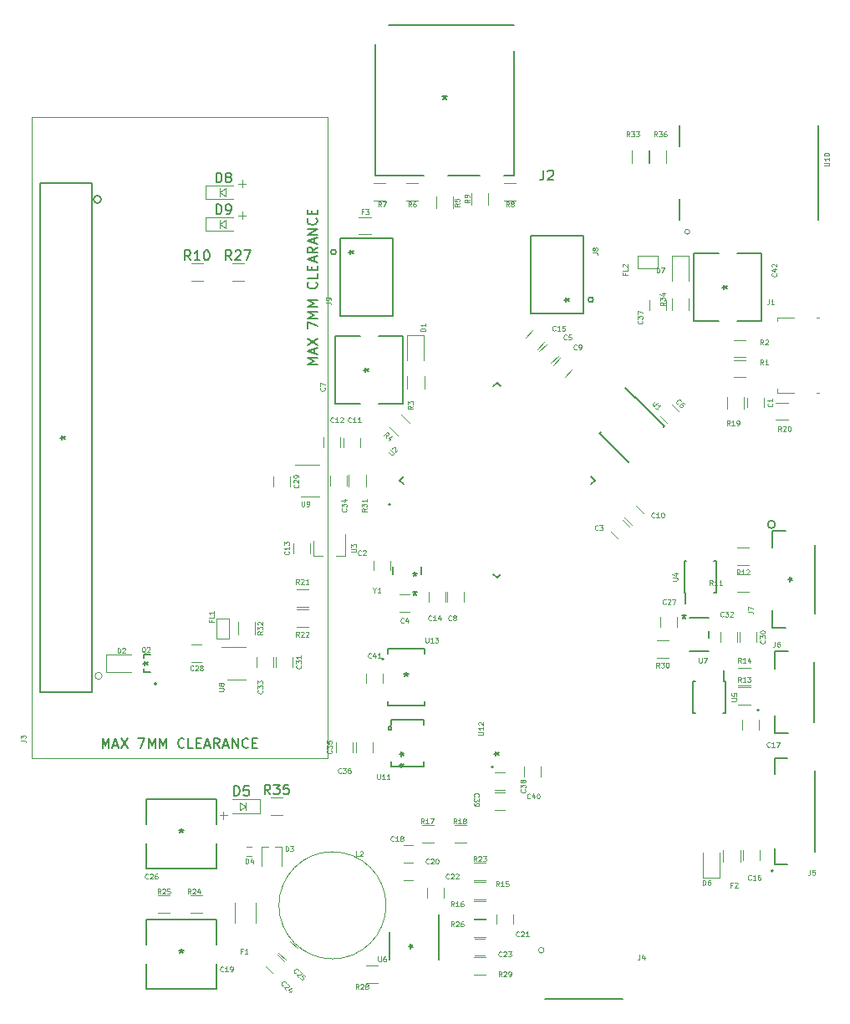
<source format=gbr>
G04 #@! TF.GenerationSoftware,KiCad,Pcbnew,(5.1.5)-3*
G04 #@! TF.CreationDate,2020-10-19T10:12:20-04:00*
G04 #@! TF.ProjectId,flight_computer,666c6967-6874-45f6-936f-6d7075746572,rev?*
G04 #@! TF.SameCoordinates,Original*
G04 #@! TF.FileFunction,Legend,Top*
G04 #@! TF.FilePolarity,Positive*
%FSLAX46Y46*%
G04 Gerber Fmt 4.6, Leading zero omitted, Abs format (unit mm)*
G04 Created by KiCad (PCBNEW (5.1.5)-3) date 2020-10-19 10:12:20*
%MOMM*%
%LPD*%
G04 APERTURE LIST*
%ADD10C,0.127000*%
%ADD11C,0.100000*%
%ADD12C,0.152400*%
%ADD13C,0.200000*%
%ADD14C,0.120000*%
%ADD15C,0.125000*%
%ADD16C,0.150000*%
%ADD17C,0.076200*%
G04 APERTURE END LIST*
D10*
X159240840Y-71478020D02*
X159240840Y-81078020D01*
X145240840Y-81078020D02*
X145240840Y-78928020D01*
X145240840Y-73628020D02*
X145240840Y-71478020D01*
D11*
X146240840Y-82278020D02*
G75*
G03X146240840Y-82278020I-250000J0D01*
G01*
D12*
X146685000Y-84455000D02*
X146685000Y-91313000D01*
X146685000Y-91313000D02*
X149171660Y-91313000D01*
X153543000Y-91313000D02*
X153543000Y-84455000D01*
X153543000Y-84455000D02*
X151056340Y-84455000D01*
X149171660Y-84455000D02*
X146685000Y-84455000D01*
X151056340Y-91313000D02*
X153543000Y-91313000D01*
D10*
X116846505Y-107442000D02*
X117228343Y-107823838D01*
X126746000Y-117341495D02*
X126364162Y-116959657D01*
X126746000Y-97542505D02*
X127127838Y-97924343D01*
X136645495Y-107442000D02*
X136263657Y-107060162D01*
X116846505Y-107442000D02*
X117228343Y-107060162D01*
X126746000Y-117341495D02*
X127127838Y-116959657D01*
X126746000Y-97542505D02*
X126364162Y-97924343D01*
X136645495Y-107442000D02*
X136263657Y-107823838D01*
D13*
X115928271Y-109874447D02*
G75*
G03X115928271Y-109874447I-100000J0D01*
G01*
D14*
X86719210Y-127254000D02*
G75*
G03X86719210Y-127254000I-359210J0D01*
G01*
X109558000Y-135624000D02*
X109558000Y-70624000D01*
X79558000Y-135624000D02*
X79558000Y-70624000D01*
X79558000Y-135624000D02*
X109558000Y-135624000D01*
X79558000Y-70624000D02*
X109558000Y-70624000D01*
D12*
X85648800Y-128905000D02*
X85648800Y-77343000D01*
X85648800Y-77343000D02*
X80441800Y-77343000D01*
X80441800Y-77343000D02*
X80441800Y-128905000D01*
X80441800Y-128905000D02*
X85648800Y-128905000D01*
X86614000Y-78994000D02*
G75*
G03X86614000Y-78994000I-381000J0D01*
G01*
D15*
X104886000Y-146542000D02*
X104886000Y-144542000D01*
X104886000Y-144542000D02*
X104261000Y-144542000D01*
X103511000Y-144542000D02*
X102886000Y-144542000D01*
X102886000Y-144542000D02*
X102886000Y-146542000D01*
D12*
X120841140Y-151400040D02*
X120841140Y-156025040D01*
X115841140Y-153225040D02*
X115841140Y-156025040D01*
D14*
X108148000Y-115076000D02*
X109078000Y-115076000D01*
X111308000Y-115076000D02*
X110378000Y-115076000D01*
X111308000Y-115076000D02*
X111308000Y-112916000D01*
X108148000Y-115076000D02*
X108148000Y-113616000D01*
X105166701Y-156161620D02*
X104459594Y-155454513D01*
X103257513Y-156656594D02*
X103964620Y-157363701D01*
X155078000Y-90932000D02*
X155078000Y-91312000D01*
X159128000Y-90932000D02*
X159388000Y-90932000D01*
X155078000Y-90932000D02*
X156848000Y-90932000D01*
X155078000Y-98552000D02*
X155078000Y-98172000D01*
X156848000Y-98552000D02*
X155078000Y-98552000D01*
X159388000Y-98552000D02*
X159128000Y-98552000D01*
D12*
X117221000Y-99695000D02*
X117221000Y-92837000D01*
X117221000Y-92837000D02*
X114734340Y-92837000D01*
X110363000Y-92837000D02*
X110363000Y-99695000D01*
X110363000Y-99695000D02*
X112849660Y-99695000D01*
X114734340Y-99695000D02*
X117221000Y-99695000D01*
X112849660Y-92837000D02*
X110363000Y-92837000D01*
D14*
X115479000Y-150495000D02*
G75*
G03X115479000Y-150495000I-5425000J0D01*
G01*
X153758000Y-100068000D02*
X153758000Y-99068000D01*
X152058000Y-99068000D02*
X152058000Y-100068000D01*
X115912000Y-116578000D02*
X115912000Y-115578000D01*
X114212000Y-115578000D02*
X114212000Y-116578000D01*
X140146594Y-112147513D02*
X139439487Y-111440406D01*
X138237406Y-112642487D02*
X138944513Y-113349594D01*
X117848000Y-119038000D02*
X116848000Y-119038000D01*
X116848000Y-120738000D02*
X117848000Y-120738000D01*
X133102513Y-95057406D02*
X132395406Y-95764513D01*
X133597487Y-96966594D02*
X134304594Y-96259487D01*
X145157027Y-100470146D02*
X144449920Y-99763039D01*
X143247839Y-100965120D02*
X143954946Y-101672227D01*
X121705000Y-118753000D02*
X121705000Y-119753000D01*
X123405000Y-119753000D02*
X123405000Y-118753000D01*
X132200487Y-95569594D02*
X132907594Y-94862487D01*
X131705513Y-93660406D02*
X130998406Y-94367513D01*
X139634406Y-111245487D02*
X140341513Y-111952594D01*
X141543594Y-110750513D02*
X140836487Y-110043406D01*
X112864000Y-104132000D02*
X112864000Y-103132000D01*
X111164000Y-103132000D02*
X111164000Y-104132000D01*
X110832000Y-104102280D02*
X110832000Y-103102280D01*
X109132000Y-103102280D02*
X109132000Y-104102280D01*
X106084000Y-113816000D02*
X106084000Y-114816000D01*
X107784000Y-114816000D02*
X107784000Y-113816000D01*
X119800000Y-118753000D02*
X119800000Y-119753000D01*
X121500000Y-119753000D02*
X121500000Y-118753000D01*
X130803487Y-94172594D02*
X131510594Y-93465487D01*
X130308513Y-92263406D02*
X129601406Y-92970513D01*
X153377000Y-145915000D02*
X153377000Y-144915000D01*
X151677000Y-144915000D02*
X151677000Y-145915000D01*
X153250000Y-132707000D02*
X153250000Y-131707000D01*
X151550000Y-131707000D02*
X151550000Y-132707000D01*
X118229000Y-144438000D02*
X117229000Y-144438000D01*
X117229000Y-146138000D02*
X118229000Y-146138000D01*
D12*
X91211400Y-156390340D02*
X91211400Y-158978600D01*
X98272600Y-154505660D02*
X98272600Y-151917400D01*
X98272600Y-158978600D02*
X98272600Y-156390340D01*
X91211400Y-158978600D02*
X98272600Y-158978600D01*
X91211400Y-151917400D02*
X91211400Y-154505660D01*
X98272600Y-151917400D02*
X91211400Y-151917400D01*
D14*
X117229000Y-147916000D02*
X118229000Y-147916000D01*
X118229000Y-146216000D02*
X117229000Y-146216000D01*
X126658000Y-151392000D02*
X126658000Y-152392000D01*
X128358000Y-152392000D02*
X128358000Y-151392000D01*
X121373000Y-149725000D02*
X121373000Y-148725000D01*
X119673000Y-148725000D02*
X119673000Y-149725000D01*
X125468000Y-153899500D02*
X124468000Y-153899500D01*
X124468000Y-155599500D02*
X125468000Y-155599500D01*
X106491594Y-154819513D02*
X105784487Y-154112406D01*
X104582406Y-155314487D02*
X105289513Y-156021594D01*
D12*
X91211400Y-144198340D02*
X91211400Y-146786600D01*
X98272600Y-142313660D02*
X98272600Y-139725400D01*
X98272600Y-146786600D02*
X98272600Y-144198340D01*
X91211400Y-146786600D02*
X98272600Y-146786600D01*
X91211400Y-139725400D02*
X91211400Y-142313660D01*
X98272600Y-139725400D02*
X91211400Y-139725400D01*
D14*
X144995000Y-122293000D02*
X144995000Y-121293000D01*
X143295000Y-121293000D02*
X143295000Y-122293000D01*
X95782000Y-125818000D02*
X96782000Y-125818000D01*
X96782000Y-124118000D02*
X95782000Y-124118000D01*
X105752000Y-108053000D02*
X105752000Y-107053000D01*
X104052000Y-107053000D02*
X104052000Y-108053000D01*
X152996000Y-123817000D02*
X152996000Y-122817000D01*
X151296000Y-122817000D02*
X151296000Y-123817000D01*
X106006000Y-126357000D02*
X106006000Y-125357000D01*
X104306000Y-125357000D02*
X104306000Y-126357000D01*
X151091000Y-123817000D02*
X151091000Y-122817000D01*
X149391000Y-122817000D02*
X149391000Y-123817000D01*
X104101000Y-126357000D02*
X104101000Y-125357000D01*
X102401000Y-125357000D02*
X102401000Y-126357000D01*
X111530500Y-108005500D02*
X111530500Y-107005500D01*
X109830500Y-107005500D02*
X109830500Y-108005500D01*
X110402000Y-133967600D02*
X110402000Y-134967600D01*
X112102000Y-134967600D02*
X112102000Y-133967600D01*
X114134000Y-134967600D02*
X114134000Y-133967600D01*
X112434000Y-133967600D02*
X112434000Y-134967600D01*
X142152000Y-89178000D02*
X142152000Y-90178000D01*
X143852000Y-90178000D02*
X143852000Y-89178000D01*
X126484000Y-138772000D02*
X127484000Y-138772000D01*
X127484000Y-137072000D02*
X126484000Y-137072000D01*
X127500000Y-139104000D02*
X126500000Y-139104000D01*
X126500000Y-140804000D02*
X127500000Y-140804000D01*
X131152000Y-137422000D02*
X131152000Y-136422000D01*
X129452000Y-136422000D02*
X129452000Y-137422000D01*
X115150000Y-128008000D02*
X115150000Y-127008000D01*
X113450000Y-127008000D02*
X113450000Y-128008000D01*
X119341000Y-92734000D02*
X117641000Y-92734000D01*
X117641000Y-92734000D02*
X117641000Y-95284000D01*
X119341000Y-92734000D02*
X119341000Y-95284000D01*
X101892000Y-144564000D02*
X101392000Y-144564000D01*
X101392000Y-145504000D02*
X101892000Y-145504000D01*
X147613000Y-147677000D02*
X149313000Y-147677000D01*
X149313000Y-147677000D02*
X149313000Y-145127000D01*
X147613000Y-147677000D02*
X147613000Y-145127000D01*
X102289000Y-150257000D02*
X102289000Y-152257000D01*
X100149000Y-152257000D02*
X100149000Y-150257000D01*
X151375000Y-144895000D02*
X151375000Y-146095000D01*
X149615000Y-146095000D02*
X149615000Y-144895000D01*
X113931000Y-82541000D02*
X112731000Y-82541000D01*
X112731000Y-80781000D02*
X113931000Y-80781000D01*
X98298000Y-121412000D02*
X99568000Y-121412000D01*
X98298000Y-123444000D02*
X98298000Y-121412000D01*
X99568000Y-123444000D02*
X98298000Y-123444000D01*
X99568000Y-121412000D02*
X99568000Y-123444000D01*
X140970000Y-85979000D02*
X140970000Y-84709000D01*
X143002000Y-85979000D02*
X140970000Y-85979000D01*
X143002000Y-84709000D02*
X143002000Y-85979000D01*
X140970000Y-84709000D02*
X143002000Y-84709000D01*
D13*
X131609000Y-159947000D02*
X139409000Y-159947000D01*
D11*
X131491841Y-155047000D02*
G75*
G03X131491841Y-155047000I-282841J0D01*
G01*
D10*
X158889000Y-145095000D02*
X158889000Y-136845000D01*
X154839000Y-146345000D02*
X156089000Y-146345000D01*
X154839000Y-135595000D02*
X156089000Y-135595000D01*
X154839000Y-146345000D02*
X154839000Y-144745000D01*
X154839000Y-135595000D02*
X154839000Y-137195000D01*
D13*
X154689000Y-147002500D02*
G75*
G03X154689000Y-147002500I-100000J0D01*
G01*
D10*
X156240000Y-133030000D02*
X154820000Y-133030000D01*
X154820000Y-133030000D02*
X154820000Y-131265000D01*
X156250000Y-124780000D02*
X154820000Y-124780000D01*
X154820000Y-124780000D02*
X154820000Y-126545000D01*
X158870000Y-131945000D02*
X158870000Y-125855000D01*
D13*
X153270000Y-130705000D02*
G75*
G03X153270000Y-130705000I-100000J0D01*
G01*
D12*
X158940500Y-120920761D02*
X158940500Y-113978439D01*
X155951519Y-112547400D02*
X154597100Y-112547400D01*
X154597100Y-112547400D02*
X154597100Y-114286660D01*
X154597100Y-122351800D02*
X155951519Y-122351800D01*
X154597100Y-120612540D02*
X154597100Y-122351800D01*
X154905202Y-111912400D02*
G75*
G03X154905202Y-111912400I-381000J0D01*
G01*
X135509000Y-90551000D02*
X135509000Y-82677000D01*
X135509000Y-82677000D02*
X130175000Y-82677000D01*
X130175000Y-82677000D02*
X130175000Y-90551000D01*
X130175000Y-90551000D02*
X135509000Y-90551000D01*
X136474200Y-89154000D02*
G75*
G03X136474200Y-89154000I-254000J0D01*
G01*
X110871000Y-82931000D02*
X110871000Y-90805000D01*
X110871000Y-90805000D02*
X116205000Y-90805000D01*
X116205000Y-90805000D02*
X116205000Y-82931000D01*
X116205000Y-82931000D02*
X110871000Y-82931000D01*
X110413800Y-84328000D02*
G75*
G03X110413800Y-84328000I-254000J0D01*
G01*
D14*
X151923000Y-97019000D02*
X150723000Y-97019000D01*
X150723000Y-95259000D02*
X151923000Y-95259000D01*
X151918000Y-94987000D02*
X150718000Y-94987000D01*
X150718000Y-93227000D02*
X151918000Y-93227000D01*
X117611000Y-98136000D02*
X117611000Y-96936000D01*
X119371000Y-96936000D02*
X119371000Y-98136000D01*
X117037990Y-100807482D02*
X117886518Y-101656010D01*
X116642010Y-102900518D02*
X115793482Y-102051990D01*
X122292000Y-78714000D02*
X122292000Y-79914000D01*
X120532000Y-79914000D02*
X120532000Y-78714000D01*
X117510000Y-77352000D02*
X118710000Y-77352000D01*
X118710000Y-79112000D02*
X117510000Y-79112000D01*
X115408000Y-79112000D02*
X114208000Y-79112000D01*
X114208000Y-77352000D02*
X115408000Y-77352000D01*
X128616000Y-79112000D02*
X127416000Y-79112000D01*
X127416000Y-77352000D02*
X128616000Y-77352000D01*
X125848000Y-78328000D02*
X125848000Y-79528000D01*
X124088000Y-79528000D02*
X124088000Y-78328000D01*
X151038000Y-116976000D02*
X152238000Y-116976000D01*
X152238000Y-118736000D02*
X151038000Y-118736000D01*
X151038000Y-114245500D02*
X152238000Y-114245500D01*
X152238000Y-116005500D02*
X151038000Y-116005500D01*
X152365000Y-130166000D02*
X151165000Y-130166000D01*
X151165000Y-128406000D02*
X152365000Y-128406000D01*
X152365000Y-128235600D02*
X151165000Y-128235600D01*
X151165000Y-126475600D02*
X152365000Y-126475600D01*
X125568000Y-149876400D02*
X124368000Y-149876400D01*
X124368000Y-148116400D02*
X125568000Y-148116400D01*
X124368000Y-150046800D02*
X125568000Y-150046800D01*
X125568000Y-151806800D02*
X124368000Y-151806800D01*
X120300000Y-144136000D02*
X119100000Y-144136000D01*
X119100000Y-142376000D02*
X120300000Y-142376000D01*
X123604540Y-144148700D02*
X122404540Y-144148700D01*
X122404540Y-142388700D02*
X123604540Y-142388700D01*
X149996000Y-100234000D02*
X149996000Y-99034000D01*
X151756000Y-99034000D02*
X151756000Y-100234000D01*
X156175000Y-101337000D02*
X154975000Y-101337000D01*
X154975000Y-99577000D02*
X156175000Y-99577000D01*
X107600000Y-120260000D02*
X106400000Y-120260000D01*
X106400000Y-118500000D02*
X107600000Y-118500000D01*
X106400000Y-120532000D02*
X107600000Y-120532000D01*
X107600000Y-122292000D02*
X106400000Y-122292000D01*
X125568000Y-147946000D02*
X124368000Y-147946000D01*
X124368000Y-146186000D02*
X125568000Y-146186000D01*
X95666000Y-149488000D02*
X96866000Y-149488000D01*
X96866000Y-151248000D02*
X95666000Y-151248000D01*
X92364000Y-149488000D02*
X93564000Y-149488000D01*
X93564000Y-151248000D02*
X92364000Y-151248000D01*
X125568000Y-153724500D02*
X124368000Y-153724500D01*
X124368000Y-151964500D02*
X125568000Y-151964500D01*
X114646000Y-158360000D02*
X113446000Y-158360000D01*
X113446000Y-156600000D02*
X114646000Y-156600000D01*
X125568000Y-157534500D02*
X124368000Y-157534500D01*
X124368000Y-155774500D02*
X125568000Y-155774500D01*
X142884600Y-123656200D02*
X144084600Y-123656200D01*
X144084600Y-125416200D02*
X142884600Y-125416200D01*
X111705500Y-108105500D02*
X111705500Y-106905500D01*
X113465500Y-106905500D02*
X113465500Y-108105500D01*
X102226000Y-121828000D02*
X102226000Y-123028000D01*
X100466000Y-123028000D02*
X100466000Y-121828000D01*
X142104000Y-74076000D02*
X142104000Y-75276000D01*
X140344000Y-75276000D02*
X140344000Y-74076000D01*
X142122000Y-75276000D02*
X142122000Y-74076000D01*
X143882000Y-74076000D02*
X143882000Y-75276000D01*
D16*
X140746973Y-99056173D02*
X140711618Y-99091529D01*
X143681467Y-101990667D02*
X143578936Y-102093197D01*
X140039867Y-105632267D02*
X140142397Y-105529736D01*
X137105373Y-102697773D02*
X137207904Y-102595243D01*
X140746973Y-99056173D02*
X143681467Y-101990667D01*
X137105373Y-102697773D02*
X140039867Y-105632267D01*
X140711618Y-99091529D02*
X139721669Y-98101579D01*
X145695000Y-118846000D02*
X145820000Y-118846000D01*
X145695000Y-115596000D02*
X145920000Y-115596000D01*
X148945000Y-115596000D02*
X148720000Y-115596000D01*
X148945000Y-118846000D02*
X148720000Y-118846000D01*
X145695000Y-118846000D02*
X145695000Y-115596000D01*
X148945000Y-118846000D02*
X148945000Y-115596000D01*
X145820000Y-118846000D02*
X145820000Y-119921000D01*
X149834000Y-127788000D02*
X149709000Y-127788000D01*
X149834000Y-131038000D02*
X149609000Y-131038000D01*
X146584000Y-131038000D02*
X146809000Y-131038000D01*
X146584000Y-127788000D02*
X146809000Y-127788000D01*
X149834000Y-127788000D02*
X149834000Y-131038000D01*
X146584000Y-127788000D02*
X146584000Y-131038000D01*
X149709000Y-127788000D02*
X149709000Y-126713000D01*
D12*
X146216000Y-124739999D02*
X148170000Y-124739999D01*
X148170000Y-123430261D02*
X148170000Y-122695739D01*
X148170000Y-121386001D02*
X146216000Y-121386001D01*
D14*
X99430000Y-127594000D02*
X101230000Y-127594000D01*
X101230000Y-124374000D02*
X98780000Y-124374000D01*
X106889980Y-109107880D02*
X108689980Y-109107880D01*
X108689980Y-105887880D02*
X106239980Y-105887880D01*
D12*
X119283480Y-136418320D02*
X119283480Y-135912200D01*
X119283480Y-131668520D02*
X116032280Y-131668520D01*
X116032280Y-131668520D02*
X116032280Y-132174640D01*
X116032280Y-136418320D02*
X119283480Y-136418320D01*
X119283480Y-132174640D02*
X119283480Y-131668520D01*
X116032280Y-135912200D02*
X116032280Y-136418320D01*
X116006880Y-132733920D02*
X115752880Y-132733920D01*
X115752880Y-132733920D02*
X115752880Y-132352920D01*
X115752880Y-132352920D02*
X116006880Y-132352920D01*
X116006880Y-132352920D02*
X116006880Y-132733920D01*
X126326200Y-136507000D02*
G75*
G03X126326200Y-136507000I-76200J0D01*
G01*
X115638400Y-130293900D02*
X119397600Y-130293900D01*
X119397600Y-130293900D02*
X119397600Y-129827852D01*
X119397600Y-124528100D02*
X115638400Y-124528100D01*
X115638400Y-124528100D02*
X115638400Y-124994148D01*
X115638400Y-129827852D02*
X115638400Y-130293900D01*
X119397600Y-124994148D02*
X119397600Y-124528100D01*
X115221500Y-125536000D02*
G75*
G03X115221500Y-125536000I-76200J0D01*
G01*
X119024400Y-116982912D02*
X119024400Y-116189088D01*
X116179600Y-116189088D02*
X116179600Y-116982912D01*
D14*
X87146000Y-125134000D02*
X87146000Y-126834000D01*
X87146000Y-126834000D02*
X89696000Y-126834000D01*
X87146000Y-125134000D02*
X89696000Y-125134000D01*
X146138000Y-84690000D02*
X144438000Y-84690000D01*
X144438000Y-84690000D02*
X144438000Y-87240000D01*
X146138000Y-84690000D02*
X146138000Y-87240000D01*
D12*
X91618758Y-125056900D02*
X90919300Y-125056900D01*
X90919300Y-125056900D02*
X90919300Y-125473460D01*
X90919300Y-126911100D02*
X91618758Y-126911100D01*
X90919300Y-126494540D02*
X90919300Y-126911100D01*
X92214700Y-128054100D02*
G75*
G03X92214700Y-128054100I-127000J0D01*
G01*
D14*
X144408000Y-90196000D02*
X144408000Y-88996000D01*
X146168000Y-88996000D02*
X146168000Y-90196000D01*
D12*
X114414300Y-76555600D02*
X119275860Y-76555600D01*
X128409700Y-76555600D02*
X128409700Y-63985140D01*
X128409700Y-61366400D02*
X115750340Y-61366400D01*
X114414300Y-63248540D02*
X114414300Y-76555600D01*
X127459740Y-76555600D02*
X128409700Y-76555600D01*
X121744740Y-76555600D02*
X124990860Y-76555600D01*
D14*
X102701500Y-141162000D02*
X99901500Y-141162000D01*
X102701500Y-139762000D02*
X99901500Y-139762000D01*
D11*
X100701500Y-140862000D02*
X100701500Y-140062000D01*
X100701500Y-140062000D02*
X101301500Y-140462000D01*
X101301500Y-140462000D02*
X100701500Y-140862000D01*
X101301500Y-140862000D02*
X101301500Y-140062000D01*
D14*
X102701500Y-141162000D02*
X102701500Y-139762000D01*
X98996500Y-141605000D02*
X98996500Y-140970000D01*
X99377500Y-141351000D02*
X98615500Y-141351000D01*
X98996500Y-141605000D02*
X98996500Y-141732000D01*
X95724001Y-85467501D02*
X96924001Y-85467501D01*
X96924001Y-87227501D02*
X95724001Y-87227501D01*
X99874001Y-85467501D02*
X101074001Y-85467501D01*
X101074001Y-87227501D02*
X99874001Y-87227501D01*
X104994000Y-141342000D02*
X103794000Y-141342000D01*
X103794000Y-139582000D02*
X104994000Y-139582000D01*
X97203001Y-77592001D02*
X100003001Y-77592001D01*
X97203001Y-78992001D02*
X100003001Y-78992001D01*
D11*
X99203001Y-77892001D02*
X99203001Y-78692001D01*
X99203001Y-78692001D02*
X98603001Y-78292001D01*
X98603001Y-78292001D02*
X99203001Y-77892001D01*
X98603001Y-77892001D02*
X98603001Y-78692001D01*
D14*
X97203001Y-77592001D02*
X97203001Y-78992001D01*
X100908001Y-77149001D02*
X100908001Y-77784001D01*
X100527001Y-77403001D02*
X101289001Y-77403001D01*
X100908001Y-77149001D02*
X100908001Y-77022001D01*
X100908001Y-80349001D02*
X100908001Y-80222001D01*
X100527001Y-80603001D02*
X101289001Y-80603001D01*
X100908001Y-80349001D02*
X100908001Y-80984001D01*
X97203001Y-80792001D02*
X97203001Y-82192001D01*
D11*
X98603001Y-81092001D02*
X98603001Y-81892001D01*
X98603001Y-81492001D02*
X99203001Y-81092001D01*
X99203001Y-81892001D02*
X98603001Y-81492001D01*
X99203001Y-81092001D02*
X99203001Y-81892001D01*
D14*
X97203001Y-82192001D02*
X100003001Y-82192001D01*
X97203001Y-80792001D02*
X100003001Y-80792001D01*
D17*
X159858154Y-75580197D02*
X160269392Y-75580197D01*
X160317773Y-75556006D01*
X160341964Y-75531816D01*
X160366154Y-75483435D01*
X160366154Y-75386673D01*
X160341964Y-75338292D01*
X160317773Y-75314102D01*
X160269392Y-75289911D01*
X159858154Y-75289911D01*
X160366154Y-74781911D02*
X160366154Y-75072197D01*
X160366154Y-74927054D02*
X159858154Y-74927054D01*
X159930725Y-74975435D01*
X159979106Y-75023816D01*
X160003297Y-75072197D01*
X159858154Y-74467435D02*
X159858154Y-74419054D01*
X159882345Y-74370673D01*
X159906535Y-74346483D01*
X159954916Y-74322292D01*
X160051678Y-74298102D01*
X160172630Y-74298102D01*
X160269392Y-74322292D01*
X160317773Y-74346483D01*
X160341964Y-74370673D01*
X160366154Y-74419054D01*
X160366154Y-74467435D01*
X160341964Y-74515816D01*
X160317773Y-74540006D01*
X160269392Y-74564197D01*
X160172630Y-74588387D01*
X160051678Y-74588387D01*
X159954916Y-74564197D01*
X159906535Y-74540006D01*
X159882345Y-74515816D01*
X159858154Y-74467435D01*
X155019828Y-86483371D02*
X155044019Y-86507561D01*
X155068209Y-86580133D01*
X155068209Y-86628514D01*
X155044019Y-86701085D01*
X154995638Y-86749466D01*
X154947257Y-86773657D01*
X154850495Y-86797847D01*
X154777923Y-86797847D01*
X154681161Y-86773657D01*
X154632780Y-86749466D01*
X154584400Y-86701085D01*
X154560209Y-86628514D01*
X154560209Y-86580133D01*
X154584400Y-86507561D01*
X154608590Y-86483371D01*
X154729542Y-86047942D02*
X155068209Y-86047942D01*
X154536019Y-86168895D02*
X154898876Y-86289847D01*
X154898876Y-85975371D01*
X154608590Y-85806038D02*
X154584400Y-85781847D01*
X154560209Y-85733466D01*
X154560209Y-85612514D01*
X154584400Y-85564133D01*
X154608590Y-85539942D01*
X154656971Y-85515752D01*
X154705352Y-85515752D01*
X154777923Y-85539942D01*
X155068209Y-85830228D01*
X155068209Y-85515752D01*
D16*
X149566380Y-87884000D02*
X149804476Y-87884000D01*
X149709238Y-88122095D02*
X149804476Y-87884000D01*
X149709238Y-87645904D01*
X149994952Y-88026857D02*
X149804476Y-87884000D01*
X149994952Y-87741142D01*
D17*
X115718501Y-104577409D02*
X116009290Y-104868198D01*
X116060606Y-104885304D01*
X116094817Y-104885304D01*
X116146132Y-104868198D01*
X116214553Y-104799777D01*
X116231659Y-104748462D01*
X116231659Y-104714251D01*
X116214553Y-104662935D01*
X115923764Y-104372146D01*
X116111922Y-104252409D02*
X116111922Y-104218199D01*
X116129027Y-104166883D01*
X116214553Y-104081357D01*
X116265869Y-104064252D01*
X116300080Y-104064252D01*
X116351395Y-104081357D01*
X116385606Y-104115567D01*
X116419816Y-104183988D01*
X116419816Y-104594514D01*
X116642185Y-104372146D01*
X78461809Y-133773333D02*
X78824666Y-133773333D01*
X78897238Y-133797523D01*
X78945619Y-133845904D01*
X78969809Y-133918476D01*
X78969809Y-133966857D01*
X78461809Y-133579809D02*
X78461809Y-133265333D01*
X78655333Y-133434666D01*
X78655333Y-133362095D01*
X78679523Y-133313714D01*
X78703714Y-133289523D01*
X78752095Y-133265333D01*
X78873047Y-133265333D01*
X78921428Y-133289523D01*
X78945619Y-133313714D01*
X78969809Y-133362095D01*
X78969809Y-133507238D01*
X78945619Y-133555619D01*
X78921428Y-133579809D01*
D16*
X86748476Y-134576380D02*
X86748476Y-133576380D01*
X87081809Y-134290666D01*
X87415142Y-133576380D01*
X87415142Y-134576380D01*
X87843714Y-134290666D02*
X88319904Y-134290666D01*
X87748476Y-134576380D02*
X88081809Y-133576380D01*
X88415142Y-134576380D01*
X88653238Y-133576380D02*
X89319904Y-134576380D01*
X89319904Y-133576380D02*
X88653238Y-134576380D01*
X90367523Y-133576380D02*
X91034190Y-133576380D01*
X90605619Y-134576380D01*
X91415142Y-134576380D02*
X91415142Y-133576380D01*
X91748476Y-134290666D01*
X92081809Y-133576380D01*
X92081809Y-134576380D01*
X92558000Y-134576380D02*
X92558000Y-133576380D01*
X92891333Y-134290666D01*
X93224666Y-133576380D01*
X93224666Y-134576380D01*
X95034190Y-134481142D02*
X94986571Y-134528761D01*
X94843714Y-134576380D01*
X94748476Y-134576380D01*
X94605619Y-134528761D01*
X94510380Y-134433523D01*
X94462761Y-134338285D01*
X94415142Y-134147809D01*
X94415142Y-134004952D01*
X94462761Y-133814476D01*
X94510380Y-133719238D01*
X94605619Y-133624000D01*
X94748476Y-133576380D01*
X94843714Y-133576380D01*
X94986571Y-133624000D01*
X95034190Y-133671619D01*
X95938952Y-134576380D02*
X95462761Y-134576380D01*
X95462761Y-133576380D01*
X96272285Y-134052571D02*
X96605619Y-134052571D01*
X96748476Y-134576380D02*
X96272285Y-134576380D01*
X96272285Y-133576380D01*
X96748476Y-133576380D01*
X97129428Y-134290666D02*
X97605619Y-134290666D01*
X97034190Y-134576380D02*
X97367523Y-133576380D01*
X97700857Y-134576380D01*
X98605619Y-134576380D02*
X98272285Y-134100190D01*
X98034190Y-134576380D02*
X98034190Y-133576380D01*
X98415142Y-133576380D01*
X98510380Y-133624000D01*
X98558000Y-133671619D01*
X98605619Y-133766857D01*
X98605619Y-133909714D01*
X98558000Y-134004952D01*
X98510380Y-134052571D01*
X98415142Y-134100190D01*
X98034190Y-134100190D01*
X98986571Y-134290666D02*
X99462761Y-134290666D01*
X98891333Y-134576380D02*
X99224666Y-133576380D01*
X99558000Y-134576380D01*
X99891333Y-134576380D02*
X99891333Y-133576380D01*
X100462761Y-134576380D01*
X100462761Y-133576380D01*
X101510380Y-134481142D02*
X101462761Y-134528761D01*
X101319904Y-134576380D01*
X101224666Y-134576380D01*
X101081809Y-134528761D01*
X100986571Y-134433523D01*
X100938952Y-134338285D01*
X100891333Y-134147809D01*
X100891333Y-134004952D01*
X100938952Y-133814476D01*
X100986571Y-133719238D01*
X101081809Y-133624000D01*
X101224666Y-133576380D01*
X101319904Y-133576380D01*
X101462761Y-133624000D01*
X101510380Y-133671619D01*
X101938952Y-134052571D02*
X102272285Y-134052571D01*
X102415142Y-134576380D02*
X101938952Y-134576380D01*
X101938952Y-133576380D01*
X102415142Y-133576380D01*
X108510380Y-95693523D02*
X107510380Y-95693523D01*
X108224666Y-95360190D01*
X107510380Y-95026857D01*
X108510380Y-95026857D01*
X108224666Y-94598285D02*
X108224666Y-94122095D01*
X108510380Y-94693523D02*
X107510380Y-94360190D01*
X108510380Y-94026857D01*
X107510380Y-93788761D02*
X108510380Y-93122095D01*
X107510380Y-93122095D02*
X108510380Y-93788761D01*
X107510380Y-92074476D02*
X107510380Y-91407809D01*
X108510380Y-91836380D01*
X108510380Y-91026857D02*
X107510380Y-91026857D01*
X108224666Y-90693523D01*
X107510380Y-90360190D01*
X108510380Y-90360190D01*
X108510380Y-89884000D02*
X107510380Y-89884000D01*
X108224666Y-89550666D01*
X107510380Y-89217333D01*
X108510380Y-89217333D01*
X108415142Y-87407809D02*
X108462761Y-87455428D01*
X108510380Y-87598285D01*
X108510380Y-87693523D01*
X108462761Y-87836380D01*
X108367523Y-87931619D01*
X108272285Y-87979238D01*
X108081809Y-88026857D01*
X107938952Y-88026857D01*
X107748476Y-87979238D01*
X107653238Y-87931619D01*
X107558000Y-87836380D01*
X107510380Y-87693523D01*
X107510380Y-87598285D01*
X107558000Y-87455428D01*
X107605619Y-87407809D01*
X108510380Y-86503047D02*
X108510380Y-86979238D01*
X107510380Y-86979238D01*
X107986571Y-86169714D02*
X107986571Y-85836380D01*
X108510380Y-85693523D02*
X108510380Y-86169714D01*
X107510380Y-86169714D01*
X107510380Y-85693523D01*
X108224666Y-85312571D02*
X108224666Y-84836380D01*
X108510380Y-85407809D02*
X107510380Y-85074476D01*
X108510380Y-84741142D01*
X108510380Y-83836380D02*
X108034190Y-84169714D01*
X108510380Y-84407809D02*
X107510380Y-84407809D01*
X107510380Y-84026857D01*
X107558000Y-83931619D01*
X107605619Y-83884000D01*
X107700857Y-83836380D01*
X107843714Y-83836380D01*
X107938952Y-83884000D01*
X107986571Y-83931619D01*
X108034190Y-84026857D01*
X108034190Y-84407809D01*
X108224666Y-83455428D02*
X108224666Y-82979238D01*
X108510380Y-83550666D02*
X107510380Y-83217333D01*
X108510380Y-82884000D01*
X108510380Y-82550666D02*
X107510380Y-82550666D01*
X108510380Y-81979238D01*
X107510380Y-81979238D01*
X108415142Y-80931619D02*
X108462761Y-80979238D01*
X108510380Y-81122095D01*
X108510380Y-81217333D01*
X108462761Y-81360190D01*
X108367523Y-81455428D01*
X108272285Y-81503047D01*
X108081809Y-81550666D01*
X107938952Y-81550666D01*
X107748476Y-81503047D01*
X107653238Y-81455428D01*
X107558000Y-81360190D01*
X107510380Y-81217333D01*
X107510380Y-81122095D01*
X107558000Y-80979238D01*
X107605619Y-80931619D01*
X107986571Y-80503047D02*
X107986571Y-80169714D01*
X108510380Y-80026857D02*
X108510380Y-80503047D01*
X107510380Y-80503047D01*
X107510380Y-80026857D01*
X86748476Y-134576380D02*
X86748476Y-133576380D01*
X87081809Y-134290666D01*
X87415142Y-133576380D01*
X87415142Y-134576380D01*
X87843714Y-134290666D02*
X88319904Y-134290666D01*
X87748476Y-134576380D02*
X88081809Y-133576380D01*
X88415142Y-134576380D01*
X88653238Y-133576380D02*
X89319904Y-134576380D01*
X89319904Y-133576380D02*
X88653238Y-134576380D01*
X90367523Y-133576380D02*
X91034190Y-133576380D01*
X90605619Y-134576380D01*
X91415142Y-134576380D02*
X91415142Y-133576380D01*
X91748476Y-134290666D01*
X92081809Y-133576380D01*
X92081809Y-134576380D01*
X92558000Y-134576380D02*
X92558000Y-133576380D01*
X92891333Y-134290666D01*
X93224666Y-133576380D01*
X93224666Y-134576380D01*
X95034190Y-134481142D02*
X94986571Y-134528761D01*
X94843714Y-134576380D01*
X94748476Y-134576380D01*
X94605619Y-134528761D01*
X94510380Y-134433523D01*
X94462761Y-134338285D01*
X94415142Y-134147809D01*
X94415142Y-134004952D01*
X94462761Y-133814476D01*
X94510380Y-133719238D01*
X94605619Y-133624000D01*
X94748476Y-133576380D01*
X94843714Y-133576380D01*
X94986571Y-133624000D01*
X95034190Y-133671619D01*
X95938952Y-134576380D02*
X95462761Y-134576380D01*
X95462761Y-133576380D01*
X96272285Y-134052571D02*
X96605619Y-134052571D01*
X96748476Y-134576380D02*
X96272285Y-134576380D01*
X96272285Y-133576380D01*
X96748476Y-133576380D01*
X97129428Y-134290666D02*
X97605619Y-134290666D01*
X97034190Y-134576380D02*
X97367523Y-133576380D01*
X97700857Y-134576380D01*
X98605619Y-134576380D02*
X98272285Y-134100190D01*
X98034190Y-134576380D02*
X98034190Y-133576380D01*
X98415142Y-133576380D01*
X98510380Y-133624000D01*
X98558000Y-133671619D01*
X98605619Y-133766857D01*
X98605619Y-133909714D01*
X98558000Y-134004952D01*
X98510380Y-134052571D01*
X98415142Y-134100190D01*
X98034190Y-134100190D01*
X98986571Y-134290666D02*
X99462761Y-134290666D01*
X98891333Y-134576380D02*
X99224666Y-133576380D01*
X99558000Y-134576380D01*
X99891333Y-134576380D02*
X99891333Y-133576380D01*
X100462761Y-134576380D01*
X100462761Y-133576380D01*
X101510380Y-134481142D02*
X101462761Y-134528761D01*
X101319904Y-134576380D01*
X101224666Y-134576380D01*
X101081809Y-134528761D01*
X100986571Y-134433523D01*
X100938952Y-134338285D01*
X100891333Y-134147809D01*
X100891333Y-134004952D01*
X100938952Y-133814476D01*
X100986571Y-133719238D01*
X101081809Y-133624000D01*
X101224666Y-133576380D01*
X101319904Y-133576380D01*
X101462761Y-133624000D01*
X101510380Y-133671619D01*
X101938952Y-134052571D02*
X102272285Y-134052571D01*
X102415142Y-134576380D02*
X101938952Y-134576380D01*
X101938952Y-133576380D01*
X102415142Y-133576380D01*
X82510380Y-103124000D02*
X82748476Y-103124000D01*
X82653238Y-103362095D02*
X82748476Y-103124000D01*
X82653238Y-102885904D01*
X82938952Y-103266857D02*
X82748476Y-103124000D01*
X82938952Y-102981142D01*
D17*
X105289047Y-145009809D02*
X105289047Y-144501809D01*
X105410000Y-144501809D01*
X105482571Y-144526000D01*
X105530952Y-144574380D01*
X105555142Y-144622761D01*
X105579333Y-144719523D01*
X105579333Y-144792095D01*
X105555142Y-144888857D01*
X105530952Y-144937238D01*
X105482571Y-144985619D01*
X105410000Y-145009809D01*
X105289047Y-145009809D01*
X105748666Y-144501809D02*
X106063142Y-144501809D01*
X105893809Y-144695333D01*
X105966380Y-144695333D01*
X106014761Y-144719523D01*
X106038952Y-144743714D01*
X106063142Y-144792095D01*
X106063142Y-144913047D01*
X106038952Y-144961428D01*
X106014761Y-144985619D01*
X105966380Y-145009809D01*
X105821238Y-145009809D01*
X105772857Y-144985619D01*
X105748666Y-144961428D01*
X114674952Y-155677809D02*
X114674952Y-156089047D01*
X114699142Y-156137428D01*
X114723333Y-156161619D01*
X114771714Y-156185809D01*
X114868476Y-156185809D01*
X114916857Y-156161619D01*
X114941047Y-156137428D01*
X114965238Y-156089047D01*
X114965238Y-155677809D01*
X115424857Y-155677809D02*
X115328095Y-155677809D01*
X115279714Y-155702000D01*
X115255523Y-155726190D01*
X115207142Y-155798761D01*
X115182952Y-155895523D01*
X115182952Y-156089047D01*
X115207142Y-156137428D01*
X115231333Y-156161619D01*
X115279714Y-156185809D01*
X115376476Y-156185809D01*
X115424857Y-156161619D01*
X115449047Y-156137428D01*
X115473238Y-156089047D01*
X115473238Y-155968095D01*
X115449047Y-155919714D01*
X115424857Y-155895523D01*
X115376476Y-155871333D01*
X115279714Y-155871333D01*
X115231333Y-155895523D01*
X115207142Y-155919714D01*
X115182952Y-155968095D01*
D16*
X117793520Y-154625040D02*
X118031616Y-154625040D01*
X117936378Y-154863135D02*
X118031616Y-154625040D01*
X117936378Y-154386944D01*
X118222092Y-154767897D02*
X118031616Y-154625040D01*
X118222092Y-154482182D01*
X117793520Y-154625040D02*
X118031616Y-154625040D01*
X117936378Y-154863135D02*
X118031616Y-154625040D01*
X117936378Y-154386944D01*
X118222092Y-154767897D02*
X118031616Y-154625040D01*
X118222092Y-154482182D01*
D17*
X111949809Y-114703047D02*
X112361047Y-114703047D01*
X112409428Y-114678857D01*
X112433619Y-114654666D01*
X112457809Y-114606285D01*
X112457809Y-114509523D01*
X112433619Y-114461142D01*
X112409428Y-114436952D01*
X112361047Y-114412761D01*
X111949809Y-114412761D01*
X111949809Y-114219238D02*
X111949809Y-113904761D01*
X112143333Y-114074095D01*
X112143333Y-114001523D01*
X112167523Y-113953142D01*
X112191714Y-113928952D01*
X112240095Y-113904761D01*
X112361047Y-113904761D01*
X112409428Y-113928952D01*
X112433619Y-113953142D01*
X112457809Y-114001523D01*
X112457809Y-114146666D01*
X112433619Y-114195047D01*
X112409428Y-114219238D01*
X105050789Y-158647368D02*
X105016579Y-158647368D01*
X104948158Y-158613158D01*
X104913947Y-158578947D01*
X104879737Y-158510526D01*
X104879737Y-158442105D01*
X104896842Y-158390789D01*
X104948158Y-158305263D01*
X104999474Y-158253947D01*
X105085000Y-158202632D01*
X105136316Y-158185526D01*
X105204737Y-158185526D01*
X105273158Y-158219737D01*
X105307368Y-158253947D01*
X105341579Y-158322368D01*
X105341579Y-158356579D01*
X105478420Y-158493421D02*
X105512631Y-158493421D01*
X105563947Y-158510526D01*
X105649473Y-158596052D01*
X105666578Y-158647368D01*
X105666578Y-158681579D01*
X105649473Y-158732894D01*
X105615262Y-158767105D01*
X105546841Y-158801315D01*
X105136316Y-158801315D01*
X105358684Y-159023683D01*
X105906052Y-159092104D02*
X105666578Y-159331578D01*
X105957367Y-158869736D02*
X105615262Y-159040789D01*
X105837631Y-159263157D01*
X154262666Y-89129809D02*
X154262666Y-89492666D01*
X154238476Y-89565238D01*
X154190095Y-89613619D01*
X154117523Y-89637809D01*
X154069142Y-89637809D01*
X154770666Y-89637809D02*
X154480380Y-89637809D01*
X154625523Y-89637809D02*
X154625523Y-89129809D01*
X154577142Y-89202380D01*
X154528761Y-89250761D01*
X154480380Y-89274952D01*
X109249028Y-98077866D02*
X109273219Y-98102057D01*
X109297409Y-98174628D01*
X109297409Y-98223009D01*
X109273219Y-98295580D01*
X109224838Y-98343961D01*
X109176457Y-98368152D01*
X109079695Y-98392342D01*
X109007123Y-98392342D01*
X108910361Y-98368152D01*
X108861980Y-98343961D01*
X108813600Y-98295580D01*
X108789409Y-98223009D01*
X108789409Y-98174628D01*
X108813600Y-98102057D01*
X108837790Y-98077866D01*
X108789409Y-97908533D02*
X108789409Y-97569866D01*
X109297409Y-97787580D01*
D16*
X113244380Y-96266000D02*
X113482476Y-96266000D01*
X113387238Y-96504095D02*
X113482476Y-96266000D01*
X113387238Y-96027904D01*
X113672952Y-96408857D02*
X113482476Y-96266000D01*
X113672952Y-96123142D01*
D17*
X112691333Y-145517809D02*
X112449428Y-145517809D01*
X112449428Y-145009809D01*
X112836476Y-145058190D02*
X112860666Y-145034000D01*
X112909047Y-145009809D01*
X113030000Y-145009809D01*
X113078380Y-145034000D01*
X113102571Y-145058190D01*
X113126761Y-145106571D01*
X113126761Y-145154952D01*
X113102571Y-145227523D01*
X112812285Y-145517809D01*
X113126761Y-145517809D01*
X154589428Y-99652666D02*
X154613619Y-99676857D01*
X154637809Y-99749428D01*
X154637809Y-99797809D01*
X154613619Y-99870380D01*
X154565238Y-99918761D01*
X154516857Y-99942952D01*
X154420095Y-99967142D01*
X154347523Y-99967142D01*
X154250761Y-99942952D01*
X154202380Y-99918761D01*
X154154000Y-99870380D01*
X154129809Y-99797809D01*
X154129809Y-99749428D01*
X154154000Y-99676857D01*
X154178190Y-99652666D01*
X154637809Y-99168857D02*
X154637809Y-99459142D01*
X154637809Y-99314000D02*
X154129809Y-99314000D01*
X154202380Y-99362380D01*
X154250761Y-99410761D01*
X154274952Y-99459142D01*
X112945333Y-114989428D02*
X112921142Y-115013619D01*
X112848571Y-115037809D01*
X112800190Y-115037809D01*
X112727619Y-115013619D01*
X112679238Y-114965238D01*
X112655047Y-114916857D01*
X112630857Y-114820095D01*
X112630857Y-114747523D01*
X112655047Y-114650761D01*
X112679238Y-114602380D01*
X112727619Y-114554000D01*
X112800190Y-114529809D01*
X112848571Y-114529809D01*
X112921142Y-114554000D01*
X112945333Y-114578190D01*
X113138857Y-114578190D02*
X113163047Y-114554000D01*
X113211428Y-114529809D01*
X113332380Y-114529809D01*
X113380761Y-114554000D01*
X113404952Y-114578190D01*
X113429142Y-114626571D01*
X113429142Y-114674952D01*
X113404952Y-114747523D01*
X113114666Y-115037809D01*
X113429142Y-115037809D01*
X136948333Y-112449428D02*
X136924142Y-112473619D01*
X136851571Y-112497809D01*
X136803190Y-112497809D01*
X136730619Y-112473619D01*
X136682238Y-112425238D01*
X136658047Y-112376857D01*
X136633857Y-112280095D01*
X136633857Y-112207523D01*
X136658047Y-112110761D01*
X136682238Y-112062380D01*
X136730619Y-112014000D01*
X136803190Y-111989809D01*
X136851571Y-111989809D01*
X136924142Y-112014000D01*
X136948333Y-112038190D01*
X137117666Y-111989809D02*
X137432142Y-111989809D01*
X137262809Y-112183333D01*
X137335380Y-112183333D01*
X137383761Y-112207523D01*
X137407952Y-112231714D01*
X137432142Y-112280095D01*
X137432142Y-112401047D01*
X137407952Y-112449428D01*
X137383761Y-112473619D01*
X137335380Y-112497809D01*
X137190238Y-112497809D01*
X137141857Y-112473619D01*
X137117666Y-112449428D01*
X117263333Y-121847428D02*
X117239142Y-121871619D01*
X117166571Y-121895809D01*
X117118190Y-121895809D01*
X117045619Y-121871619D01*
X116997238Y-121823238D01*
X116973047Y-121774857D01*
X116948857Y-121678095D01*
X116948857Y-121605523D01*
X116973047Y-121508761D01*
X116997238Y-121460380D01*
X117045619Y-121412000D01*
X117118190Y-121387809D01*
X117166571Y-121387809D01*
X117239142Y-121412000D01*
X117263333Y-121436190D01*
X117698761Y-121557142D02*
X117698761Y-121895809D01*
X117577809Y-121363619D02*
X117456857Y-121726476D01*
X117771333Y-121726476D01*
X133773333Y-93145428D02*
X133749142Y-93169619D01*
X133676571Y-93193809D01*
X133628190Y-93193809D01*
X133555619Y-93169619D01*
X133507238Y-93121238D01*
X133483047Y-93072857D01*
X133458857Y-92976095D01*
X133458857Y-92903523D01*
X133483047Y-92806761D01*
X133507238Y-92758380D01*
X133555619Y-92710000D01*
X133628190Y-92685809D01*
X133676571Y-92685809D01*
X133749142Y-92710000D01*
X133773333Y-92734190D01*
X134232952Y-92685809D02*
X133991047Y-92685809D01*
X133966857Y-92927714D01*
X133991047Y-92903523D01*
X134039428Y-92879333D01*
X134160380Y-92879333D01*
X134208761Y-92903523D01*
X134232952Y-92927714D01*
X134257142Y-92976095D01*
X134257142Y-93097047D01*
X134232952Y-93145428D01*
X134208761Y-93169619D01*
X134160380Y-93193809D01*
X134039428Y-93193809D01*
X133991047Y-93169619D01*
X133966857Y-93145428D01*
X145074935Y-99725393D02*
X145040724Y-99725393D01*
X144972303Y-99691183D01*
X144938093Y-99656972D01*
X144903882Y-99588552D01*
X144903882Y-99520131D01*
X144920988Y-99468815D01*
X144972303Y-99383289D01*
X145023619Y-99331973D01*
X145109145Y-99280657D01*
X145160461Y-99263552D01*
X145228882Y-99263552D01*
X145297303Y-99297762D01*
X145331513Y-99331973D01*
X145365724Y-99400394D01*
X145365724Y-99434604D01*
X145707829Y-99708288D02*
X145639408Y-99639867D01*
X145588092Y-99622762D01*
X145553882Y-99622762D01*
X145468355Y-99639867D01*
X145382829Y-99691183D01*
X145245987Y-99828025D01*
X145228882Y-99879341D01*
X145228882Y-99913551D01*
X145245987Y-99964867D01*
X145314408Y-100033288D01*
X145365724Y-100050393D01*
X145399934Y-100050393D01*
X145451250Y-100033288D01*
X145536776Y-99947762D01*
X145553882Y-99896446D01*
X145553882Y-99862235D01*
X145536776Y-99810920D01*
X145468355Y-99742499D01*
X145417040Y-99725393D01*
X145382829Y-99725393D01*
X145331513Y-99742499D01*
X122089333Y-121593428D02*
X122065142Y-121617619D01*
X121992571Y-121641809D01*
X121944190Y-121641809D01*
X121871619Y-121617619D01*
X121823238Y-121569238D01*
X121799047Y-121520857D01*
X121774857Y-121424095D01*
X121774857Y-121351523D01*
X121799047Y-121254761D01*
X121823238Y-121206380D01*
X121871619Y-121158000D01*
X121944190Y-121133809D01*
X121992571Y-121133809D01*
X122065142Y-121158000D01*
X122089333Y-121182190D01*
X122379619Y-121351523D02*
X122331238Y-121327333D01*
X122307047Y-121303142D01*
X122282857Y-121254761D01*
X122282857Y-121230571D01*
X122307047Y-121182190D01*
X122331238Y-121158000D01*
X122379619Y-121133809D01*
X122476380Y-121133809D01*
X122524761Y-121158000D01*
X122548952Y-121182190D01*
X122573142Y-121230571D01*
X122573142Y-121254761D01*
X122548952Y-121303142D01*
X122524761Y-121327333D01*
X122476380Y-121351523D01*
X122379619Y-121351523D01*
X122331238Y-121375714D01*
X122307047Y-121399904D01*
X122282857Y-121448285D01*
X122282857Y-121545047D01*
X122307047Y-121593428D01*
X122331238Y-121617619D01*
X122379619Y-121641809D01*
X122476380Y-121641809D01*
X122524761Y-121617619D01*
X122548952Y-121593428D01*
X122573142Y-121545047D01*
X122573142Y-121448285D01*
X122548952Y-121399904D01*
X122524761Y-121375714D01*
X122476380Y-121351523D01*
X134789333Y-94161428D02*
X134765142Y-94185619D01*
X134692571Y-94209809D01*
X134644190Y-94209809D01*
X134571619Y-94185619D01*
X134523238Y-94137238D01*
X134499047Y-94088857D01*
X134474857Y-93992095D01*
X134474857Y-93919523D01*
X134499047Y-93822761D01*
X134523238Y-93774380D01*
X134571619Y-93726000D01*
X134644190Y-93701809D01*
X134692571Y-93701809D01*
X134765142Y-93726000D01*
X134789333Y-93750190D01*
X135031238Y-94209809D02*
X135128000Y-94209809D01*
X135176380Y-94185619D01*
X135200571Y-94161428D01*
X135248952Y-94088857D01*
X135273142Y-93992095D01*
X135273142Y-93798571D01*
X135248952Y-93750190D01*
X135224761Y-93726000D01*
X135176380Y-93701809D01*
X135079619Y-93701809D01*
X135031238Y-93726000D01*
X135007047Y-93750190D01*
X134982857Y-93798571D01*
X134982857Y-93919523D01*
X135007047Y-93967904D01*
X135031238Y-93992095D01*
X135079619Y-94016285D01*
X135176380Y-94016285D01*
X135224761Y-93992095D01*
X135248952Y-93967904D01*
X135273142Y-93919523D01*
X142675428Y-111179428D02*
X142651238Y-111203619D01*
X142578666Y-111227809D01*
X142530285Y-111227809D01*
X142457714Y-111203619D01*
X142409333Y-111155238D01*
X142385142Y-111106857D01*
X142360952Y-111010095D01*
X142360952Y-110937523D01*
X142385142Y-110840761D01*
X142409333Y-110792380D01*
X142457714Y-110744000D01*
X142530285Y-110719809D01*
X142578666Y-110719809D01*
X142651238Y-110744000D01*
X142675428Y-110768190D01*
X143159238Y-111227809D02*
X142868952Y-111227809D01*
X143014095Y-111227809D02*
X143014095Y-110719809D01*
X142965714Y-110792380D01*
X142917333Y-110840761D01*
X142868952Y-110864952D01*
X143473714Y-110719809D02*
X143522095Y-110719809D01*
X143570476Y-110744000D01*
X143594666Y-110768190D01*
X143618857Y-110816571D01*
X143643047Y-110913333D01*
X143643047Y-111034285D01*
X143618857Y-111131047D01*
X143594666Y-111179428D01*
X143570476Y-111203619D01*
X143522095Y-111227809D01*
X143473714Y-111227809D01*
X143425333Y-111203619D01*
X143401142Y-111179428D01*
X143376952Y-111131047D01*
X143352761Y-111034285D01*
X143352761Y-110913333D01*
X143376952Y-110816571D01*
X143401142Y-110768190D01*
X143425333Y-110744000D01*
X143473714Y-110719809D01*
X111941428Y-101527428D02*
X111917238Y-101551619D01*
X111844666Y-101575809D01*
X111796285Y-101575809D01*
X111723714Y-101551619D01*
X111675333Y-101503238D01*
X111651142Y-101454857D01*
X111626952Y-101358095D01*
X111626952Y-101285523D01*
X111651142Y-101188761D01*
X111675333Y-101140380D01*
X111723714Y-101092000D01*
X111796285Y-101067809D01*
X111844666Y-101067809D01*
X111917238Y-101092000D01*
X111941428Y-101116190D01*
X112425238Y-101575809D02*
X112134952Y-101575809D01*
X112280095Y-101575809D02*
X112280095Y-101067809D01*
X112231714Y-101140380D01*
X112183333Y-101188761D01*
X112134952Y-101212952D01*
X112909047Y-101575809D02*
X112618761Y-101575809D01*
X112763904Y-101575809D02*
X112763904Y-101067809D01*
X112715523Y-101140380D01*
X112667142Y-101188761D01*
X112618761Y-101212952D01*
X110163428Y-101527428D02*
X110139238Y-101551619D01*
X110066666Y-101575809D01*
X110018285Y-101575809D01*
X109945714Y-101551619D01*
X109897333Y-101503238D01*
X109873142Y-101454857D01*
X109848952Y-101358095D01*
X109848952Y-101285523D01*
X109873142Y-101188761D01*
X109897333Y-101140380D01*
X109945714Y-101092000D01*
X110018285Y-101067809D01*
X110066666Y-101067809D01*
X110139238Y-101092000D01*
X110163428Y-101116190D01*
X110647238Y-101575809D02*
X110356952Y-101575809D01*
X110502095Y-101575809D02*
X110502095Y-101067809D01*
X110453714Y-101140380D01*
X110405333Y-101188761D01*
X110356952Y-101212952D01*
X110840761Y-101116190D02*
X110864952Y-101092000D01*
X110913333Y-101067809D01*
X111034285Y-101067809D01*
X111082666Y-101092000D01*
X111106857Y-101116190D01*
X111131047Y-101164571D01*
X111131047Y-101212952D01*
X111106857Y-101285523D01*
X110816571Y-101575809D01*
X111131047Y-101575809D01*
X105615428Y-114642571D02*
X105639619Y-114666761D01*
X105663809Y-114739333D01*
X105663809Y-114787714D01*
X105639619Y-114860285D01*
X105591238Y-114908666D01*
X105542857Y-114932857D01*
X105446095Y-114957047D01*
X105373523Y-114957047D01*
X105276761Y-114932857D01*
X105228380Y-114908666D01*
X105180000Y-114860285D01*
X105155809Y-114787714D01*
X105155809Y-114739333D01*
X105180000Y-114666761D01*
X105204190Y-114642571D01*
X105663809Y-114158761D02*
X105663809Y-114449047D01*
X105663809Y-114303904D02*
X105155809Y-114303904D01*
X105228380Y-114352285D01*
X105276761Y-114400666D01*
X105300952Y-114449047D01*
X105155809Y-113989428D02*
X105155809Y-113674952D01*
X105349333Y-113844285D01*
X105349333Y-113771714D01*
X105373523Y-113723333D01*
X105397714Y-113699142D01*
X105446095Y-113674952D01*
X105567047Y-113674952D01*
X105615428Y-113699142D01*
X105639619Y-113723333D01*
X105663809Y-113771714D01*
X105663809Y-113916857D01*
X105639619Y-113965238D01*
X105615428Y-113989428D01*
X120069428Y-121593428D02*
X120045238Y-121617619D01*
X119972666Y-121641809D01*
X119924285Y-121641809D01*
X119851714Y-121617619D01*
X119803333Y-121569238D01*
X119779142Y-121520857D01*
X119754952Y-121424095D01*
X119754952Y-121351523D01*
X119779142Y-121254761D01*
X119803333Y-121206380D01*
X119851714Y-121158000D01*
X119924285Y-121133809D01*
X119972666Y-121133809D01*
X120045238Y-121158000D01*
X120069428Y-121182190D01*
X120553238Y-121641809D02*
X120262952Y-121641809D01*
X120408095Y-121641809D02*
X120408095Y-121133809D01*
X120359714Y-121206380D01*
X120311333Y-121254761D01*
X120262952Y-121278952D01*
X120988666Y-121303142D02*
X120988666Y-121641809D01*
X120867714Y-121109619D02*
X120746761Y-121472476D01*
X121061238Y-121472476D01*
X132642428Y-92256428D02*
X132618238Y-92280619D01*
X132545666Y-92304809D01*
X132497285Y-92304809D01*
X132424714Y-92280619D01*
X132376333Y-92232238D01*
X132352142Y-92183857D01*
X132327952Y-92087095D01*
X132327952Y-92014523D01*
X132352142Y-91917761D01*
X132376333Y-91869380D01*
X132424714Y-91821000D01*
X132497285Y-91796809D01*
X132545666Y-91796809D01*
X132618238Y-91821000D01*
X132642428Y-91845190D01*
X133126238Y-92304809D02*
X132835952Y-92304809D01*
X132981095Y-92304809D02*
X132981095Y-91796809D01*
X132932714Y-91869380D01*
X132884333Y-91917761D01*
X132835952Y-91941952D01*
X133585857Y-91796809D02*
X133343952Y-91796809D01*
X133319761Y-92038714D01*
X133343952Y-92014523D01*
X133392333Y-91990333D01*
X133513285Y-91990333D01*
X133561666Y-92014523D01*
X133585857Y-92038714D01*
X133610047Y-92087095D01*
X133610047Y-92208047D01*
X133585857Y-92256428D01*
X133561666Y-92280619D01*
X133513285Y-92304809D01*
X133392333Y-92304809D01*
X133343952Y-92280619D01*
X133319761Y-92256428D01*
X152454428Y-147882428D02*
X152430238Y-147906619D01*
X152357666Y-147930809D01*
X152309285Y-147930809D01*
X152236714Y-147906619D01*
X152188333Y-147858238D01*
X152164142Y-147809857D01*
X152139952Y-147713095D01*
X152139952Y-147640523D01*
X152164142Y-147543761D01*
X152188333Y-147495380D01*
X152236714Y-147447000D01*
X152309285Y-147422809D01*
X152357666Y-147422809D01*
X152430238Y-147447000D01*
X152454428Y-147471190D01*
X152938238Y-147930809D02*
X152647952Y-147930809D01*
X152793095Y-147930809D02*
X152793095Y-147422809D01*
X152744714Y-147495380D01*
X152696333Y-147543761D01*
X152647952Y-147567952D01*
X153373666Y-147422809D02*
X153276904Y-147422809D01*
X153228523Y-147447000D01*
X153204333Y-147471190D01*
X153155952Y-147543761D01*
X153131761Y-147640523D01*
X153131761Y-147834047D01*
X153155952Y-147882428D01*
X153180142Y-147906619D01*
X153228523Y-147930809D01*
X153325285Y-147930809D01*
X153373666Y-147906619D01*
X153397857Y-147882428D01*
X153422047Y-147834047D01*
X153422047Y-147713095D01*
X153397857Y-147664714D01*
X153373666Y-147640523D01*
X153325285Y-147616333D01*
X153228523Y-147616333D01*
X153180142Y-147640523D01*
X153155952Y-147664714D01*
X153131761Y-147713095D01*
X154359428Y-134420428D02*
X154335238Y-134444619D01*
X154262666Y-134468809D01*
X154214285Y-134468809D01*
X154141714Y-134444619D01*
X154093333Y-134396238D01*
X154069142Y-134347857D01*
X154044952Y-134251095D01*
X154044952Y-134178523D01*
X154069142Y-134081761D01*
X154093333Y-134033380D01*
X154141714Y-133985000D01*
X154214285Y-133960809D01*
X154262666Y-133960809D01*
X154335238Y-133985000D01*
X154359428Y-134009190D01*
X154843238Y-134468809D02*
X154552952Y-134468809D01*
X154698095Y-134468809D02*
X154698095Y-133960809D01*
X154649714Y-134033380D01*
X154601333Y-134081761D01*
X154552952Y-134105952D01*
X155012571Y-133960809D02*
X155351238Y-133960809D01*
X155133523Y-134468809D01*
X116259428Y-143945428D02*
X116235238Y-143969619D01*
X116162666Y-143993809D01*
X116114285Y-143993809D01*
X116041714Y-143969619D01*
X115993333Y-143921238D01*
X115969142Y-143872857D01*
X115944952Y-143776095D01*
X115944952Y-143703523D01*
X115969142Y-143606761D01*
X115993333Y-143558380D01*
X116041714Y-143510000D01*
X116114285Y-143485809D01*
X116162666Y-143485809D01*
X116235238Y-143510000D01*
X116259428Y-143534190D01*
X116743238Y-143993809D02*
X116452952Y-143993809D01*
X116598095Y-143993809D02*
X116598095Y-143485809D01*
X116549714Y-143558380D01*
X116501333Y-143606761D01*
X116452952Y-143630952D01*
X117033523Y-143703523D02*
X116985142Y-143679333D01*
X116960952Y-143655142D01*
X116936761Y-143606761D01*
X116936761Y-143582571D01*
X116960952Y-143534190D01*
X116985142Y-143510000D01*
X117033523Y-143485809D01*
X117130285Y-143485809D01*
X117178666Y-143510000D01*
X117202857Y-143534190D01*
X117227047Y-143582571D01*
X117227047Y-143606761D01*
X117202857Y-143655142D01*
X117178666Y-143679333D01*
X117130285Y-143703523D01*
X117033523Y-143703523D01*
X116985142Y-143727714D01*
X116960952Y-143751904D01*
X116936761Y-143800285D01*
X116936761Y-143897047D01*
X116960952Y-143945428D01*
X116985142Y-143969619D01*
X117033523Y-143993809D01*
X117130285Y-143993809D01*
X117178666Y-143969619D01*
X117202857Y-143945428D01*
X117227047Y-143897047D01*
X117227047Y-143800285D01*
X117202857Y-143751904D01*
X117178666Y-143727714D01*
X117130285Y-143703523D01*
X98987428Y-157153428D02*
X98963238Y-157177619D01*
X98890666Y-157201809D01*
X98842285Y-157201809D01*
X98769714Y-157177619D01*
X98721333Y-157129238D01*
X98697142Y-157080857D01*
X98672952Y-156984095D01*
X98672952Y-156911523D01*
X98697142Y-156814761D01*
X98721333Y-156766380D01*
X98769714Y-156718000D01*
X98842285Y-156693809D01*
X98890666Y-156693809D01*
X98963238Y-156718000D01*
X98987428Y-156742190D01*
X99471238Y-157201809D02*
X99180952Y-157201809D01*
X99326095Y-157201809D02*
X99326095Y-156693809D01*
X99277714Y-156766380D01*
X99229333Y-156814761D01*
X99180952Y-156838952D01*
X99713142Y-157201809D02*
X99809904Y-157201809D01*
X99858285Y-157177619D01*
X99882476Y-157153428D01*
X99930857Y-157080857D01*
X99955047Y-156984095D01*
X99955047Y-156790571D01*
X99930857Y-156742190D01*
X99906666Y-156718000D01*
X99858285Y-156693809D01*
X99761523Y-156693809D01*
X99713142Y-156718000D01*
X99688952Y-156742190D01*
X99664761Y-156790571D01*
X99664761Y-156911523D01*
X99688952Y-156959904D01*
X99713142Y-156984095D01*
X99761523Y-157008285D01*
X99858285Y-157008285D01*
X99906666Y-156984095D01*
X99930857Y-156959904D01*
X99955047Y-156911523D01*
D16*
X94742000Y-154900380D02*
X94742000Y-155138476D01*
X94503904Y-155043238D02*
X94742000Y-155138476D01*
X94980095Y-155043238D01*
X94599142Y-155328952D02*
X94742000Y-155138476D01*
X94884857Y-155328952D01*
D17*
X119815428Y-146231428D02*
X119791238Y-146255619D01*
X119718666Y-146279809D01*
X119670285Y-146279809D01*
X119597714Y-146255619D01*
X119549333Y-146207238D01*
X119525142Y-146158857D01*
X119500952Y-146062095D01*
X119500952Y-145989523D01*
X119525142Y-145892761D01*
X119549333Y-145844380D01*
X119597714Y-145796000D01*
X119670285Y-145771809D01*
X119718666Y-145771809D01*
X119791238Y-145796000D01*
X119815428Y-145820190D01*
X120008952Y-145820190D02*
X120033142Y-145796000D01*
X120081523Y-145771809D01*
X120202476Y-145771809D01*
X120250857Y-145796000D01*
X120275047Y-145820190D01*
X120299238Y-145868571D01*
X120299238Y-145916952D01*
X120275047Y-145989523D01*
X119984761Y-146279809D01*
X120299238Y-146279809D01*
X120613714Y-145771809D02*
X120662095Y-145771809D01*
X120710476Y-145796000D01*
X120734666Y-145820190D01*
X120758857Y-145868571D01*
X120783047Y-145965333D01*
X120783047Y-146086285D01*
X120758857Y-146183047D01*
X120734666Y-146231428D01*
X120710476Y-146255619D01*
X120662095Y-146279809D01*
X120613714Y-146279809D01*
X120565333Y-146255619D01*
X120541142Y-146231428D01*
X120516952Y-146183047D01*
X120492761Y-146086285D01*
X120492761Y-145965333D01*
X120516952Y-145868571D01*
X120541142Y-145820190D01*
X120565333Y-145796000D01*
X120613714Y-145771809D01*
X128959428Y-153597428D02*
X128935238Y-153621619D01*
X128862666Y-153645809D01*
X128814285Y-153645809D01*
X128741714Y-153621619D01*
X128693333Y-153573238D01*
X128669142Y-153524857D01*
X128644952Y-153428095D01*
X128644952Y-153355523D01*
X128669142Y-153258761D01*
X128693333Y-153210380D01*
X128741714Y-153162000D01*
X128814285Y-153137809D01*
X128862666Y-153137809D01*
X128935238Y-153162000D01*
X128959428Y-153186190D01*
X129152952Y-153186190D02*
X129177142Y-153162000D01*
X129225523Y-153137809D01*
X129346476Y-153137809D01*
X129394857Y-153162000D01*
X129419047Y-153186190D01*
X129443238Y-153234571D01*
X129443238Y-153282952D01*
X129419047Y-153355523D01*
X129128761Y-153645809D01*
X129443238Y-153645809D01*
X129927047Y-153645809D02*
X129636761Y-153645809D01*
X129781904Y-153645809D02*
X129781904Y-153137809D01*
X129733523Y-153210380D01*
X129685142Y-153258761D01*
X129636761Y-153282952D01*
X121847428Y-147755428D02*
X121823238Y-147779619D01*
X121750666Y-147803809D01*
X121702285Y-147803809D01*
X121629714Y-147779619D01*
X121581333Y-147731238D01*
X121557142Y-147682857D01*
X121532952Y-147586095D01*
X121532952Y-147513523D01*
X121557142Y-147416761D01*
X121581333Y-147368380D01*
X121629714Y-147320000D01*
X121702285Y-147295809D01*
X121750666Y-147295809D01*
X121823238Y-147320000D01*
X121847428Y-147344190D01*
X122040952Y-147344190D02*
X122065142Y-147320000D01*
X122113523Y-147295809D01*
X122234476Y-147295809D01*
X122282857Y-147320000D01*
X122307047Y-147344190D01*
X122331238Y-147392571D01*
X122331238Y-147440952D01*
X122307047Y-147513523D01*
X122016761Y-147803809D01*
X122331238Y-147803809D01*
X122524761Y-147344190D02*
X122548952Y-147320000D01*
X122597333Y-147295809D01*
X122718285Y-147295809D01*
X122766666Y-147320000D01*
X122790857Y-147344190D01*
X122815047Y-147392571D01*
X122815047Y-147440952D01*
X122790857Y-147513523D01*
X122500571Y-147803809D01*
X122815047Y-147803809D01*
X127181428Y-155629428D02*
X127157238Y-155653619D01*
X127084666Y-155677809D01*
X127036285Y-155677809D01*
X126963714Y-155653619D01*
X126915333Y-155605238D01*
X126891142Y-155556857D01*
X126866952Y-155460095D01*
X126866952Y-155387523D01*
X126891142Y-155290761D01*
X126915333Y-155242380D01*
X126963714Y-155194000D01*
X127036285Y-155169809D01*
X127084666Y-155169809D01*
X127157238Y-155194000D01*
X127181428Y-155218190D01*
X127374952Y-155218190D02*
X127399142Y-155194000D01*
X127447523Y-155169809D01*
X127568476Y-155169809D01*
X127616857Y-155194000D01*
X127641047Y-155218190D01*
X127665238Y-155266571D01*
X127665238Y-155314952D01*
X127641047Y-155387523D01*
X127350761Y-155677809D01*
X127665238Y-155677809D01*
X127834571Y-155169809D02*
X128149047Y-155169809D01*
X127979714Y-155363333D01*
X128052285Y-155363333D01*
X128100666Y-155387523D01*
X128124857Y-155411714D01*
X128149047Y-155460095D01*
X128149047Y-155581047D01*
X128124857Y-155629428D01*
X128100666Y-155653619D01*
X128052285Y-155677809D01*
X127907142Y-155677809D01*
X127858761Y-155653619D01*
X127834571Y-155629428D01*
X106320789Y-157377368D02*
X106286579Y-157377368D01*
X106218158Y-157343158D01*
X106183947Y-157308947D01*
X106149737Y-157240526D01*
X106149737Y-157172105D01*
X106166842Y-157120789D01*
X106218158Y-157035263D01*
X106269474Y-156983947D01*
X106355000Y-156932632D01*
X106406316Y-156915526D01*
X106474737Y-156915526D01*
X106543158Y-156949737D01*
X106577368Y-156983947D01*
X106611579Y-157052368D01*
X106611579Y-157086579D01*
X106748420Y-157223421D02*
X106782631Y-157223421D01*
X106833947Y-157240526D01*
X106919473Y-157326052D01*
X106936578Y-157377368D01*
X106936578Y-157411579D01*
X106919473Y-157462894D01*
X106885262Y-157497105D01*
X106816841Y-157531315D01*
X106406316Y-157531315D01*
X106628684Y-157753683D01*
X107312894Y-157719473D02*
X107141841Y-157548420D01*
X106953683Y-157702368D01*
X106987894Y-157702368D01*
X107039210Y-157719473D01*
X107124736Y-157804999D01*
X107141841Y-157856315D01*
X107141841Y-157890525D01*
X107124736Y-157941841D01*
X107039210Y-158027367D01*
X106987894Y-158044473D01*
X106953683Y-158044473D01*
X106902368Y-158027367D01*
X106816841Y-157941841D01*
X106799736Y-157890525D01*
X106799736Y-157856315D01*
X91367428Y-147755428D02*
X91343238Y-147779619D01*
X91270666Y-147803809D01*
X91222285Y-147803809D01*
X91149714Y-147779619D01*
X91101333Y-147731238D01*
X91077142Y-147682857D01*
X91052952Y-147586095D01*
X91052952Y-147513523D01*
X91077142Y-147416761D01*
X91101333Y-147368380D01*
X91149714Y-147320000D01*
X91222285Y-147295809D01*
X91270666Y-147295809D01*
X91343238Y-147320000D01*
X91367428Y-147344190D01*
X91560952Y-147344190D02*
X91585142Y-147320000D01*
X91633523Y-147295809D01*
X91754476Y-147295809D01*
X91802857Y-147320000D01*
X91827047Y-147344190D01*
X91851238Y-147392571D01*
X91851238Y-147440952D01*
X91827047Y-147513523D01*
X91536761Y-147803809D01*
X91851238Y-147803809D01*
X92286666Y-147295809D02*
X92189904Y-147295809D01*
X92141523Y-147320000D01*
X92117333Y-147344190D01*
X92068952Y-147416761D01*
X92044761Y-147513523D01*
X92044761Y-147707047D01*
X92068952Y-147755428D01*
X92093142Y-147779619D01*
X92141523Y-147803809D01*
X92238285Y-147803809D01*
X92286666Y-147779619D01*
X92310857Y-147755428D01*
X92335047Y-147707047D01*
X92335047Y-147586095D01*
X92310857Y-147537714D01*
X92286666Y-147513523D01*
X92238285Y-147489333D01*
X92141523Y-147489333D01*
X92093142Y-147513523D01*
X92068952Y-147537714D01*
X92044761Y-147586095D01*
D16*
X94742000Y-142708380D02*
X94742000Y-142946476D01*
X94503904Y-142851238D02*
X94742000Y-142946476D01*
X94980095Y-142851238D01*
X94599142Y-143136952D02*
X94742000Y-142946476D01*
X94884857Y-143136952D01*
D17*
X143818428Y-119942428D02*
X143794238Y-119966619D01*
X143721666Y-119990809D01*
X143673285Y-119990809D01*
X143600714Y-119966619D01*
X143552333Y-119918238D01*
X143528142Y-119869857D01*
X143503952Y-119773095D01*
X143503952Y-119700523D01*
X143528142Y-119603761D01*
X143552333Y-119555380D01*
X143600714Y-119507000D01*
X143673285Y-119482809D01*
X143721666Y-119482809D01*
X143794238Y-119507000D01*
X143818428Y-119531190D01*
X144011952Y-119531190D02*
X144036142Y-119507000D01*
X144084523Y-119482809D01*
X144205476Y-119482809D01*
X144253857Y-119507000D01*
X144278047Y-119531190D01*
X144302238Y-119579571D01*
X144302238Y-119627952D01*
X144278047Y-119700523D01*
X143987761Y-119990809D01*
X144302238Y-119990809D01*
X144471571Y-119482809D02*
X144810238Y-119482809D01*
X144592523Y-119990809D01*
X95955428Y-126649428D02*
X95931238Y-126673619D01*
X95858666Y-126697809D01*
X95810285Y-126697809D01*
X95737714Y-126673619D01*
X95689333Y-126625238D01*
X95665142Y-126576857D01*
X95640952Y-126480095D01*
X95640952Y-126407523D01*
X95665142Y-126310761D01*
X95689333Y-126262380D01*
X95737714Y-126214000D01*
X95810285Y-126189809D01*
X95858666Y-126189809D01*
X95931238Y-126214000D01*
X95955428Y-126238190D01*
X96148952Y-126238190D02*
X96173142Y-126214000D01*
X96221523Y-126189809D01*
X96342476Y-126189809D01*
X96390857Y-126214000D01*
X96415047Y-126238190D01*
X96439238Y-126286571D01*
X96439238Y-126334952D01*
X96415047Y-126407523D01*
X96124761Y-126697809D01*
X96439238Y-126697809D01*
X96729523Y-126407523D02*
X96681142Y-126383333D01*
X96656952Y-126359142D01*
X96632761Y-126310761D01*
X96632761Y-126286571D01*
X96656952Y-126238190D01*
X96681142Y-126214000D01*
X96729523Y-126189809D01*
X96826285Y-126189809D01*
X96874666Y-126214000D01*
X96898857Y-126238190D01*
X96923047Y-126286571D01*
X96923047Y-126310761D01*
X96898857Y-126359142D01*
X96874666Y-126383333D01*
X96826285Y-126407523D01*
X96729523Y-126407523D01*
X96681142Y-126431714D01*
X96656952Y-126455904D01*
X96632761Y-126504285D01*
X96632761Y-126601047D01*
X96656952Y-126649428D01*
X96681142Y-126673619D01*
X96729523Y-126697809D01*
X96826285Y-126697809D01*
X96874666Y-126673619D01*
X96898857Y-126649428D01*
X96923047Y-126601047D01*
X96923047Y-126504285D01*
X96898857Y-126455904D01*
X96874666Y-126431714D01*
X96826285Y-126407523D01*
X106583428Y-107879571D02*
X106607619Y-107903761D01*
X106631809Y-107976333D01*
X106631809Y-108024714D01*
X106607619Y-108097285D01*
X106559238Y-108145666D01*
X106510857Y-108169857D01*
X106414095Y-108194047D01*
X106341523Y-108194047D01*
X106244761Y-108169857D01*
X106196380Y-108145666D01*
X106148000Y-108097285D01*
X106123809Y-108024714D01*
X106123809Y-107976333D01*
X106148000Y-107903761D01*
X106172190Y-107879571D01*
X106172190Y-107686047D02*
X106148000Y-107661857D01*
X106123809Y-107613476D01*
X106123809Y-107492523D01*
X106148000Y-107444142D01*
X106172190Y-107419952D01*
X106220571Y-107395761D01*
X106268952Y-107395761D01*
X106341523Y-107419952D01*
X106631809Y-107710238D01*
X106631809Y-107395761D01*
X106631809Y-107153857D02*
X106631809Y-107057095D01*
X106607619Y-107008714D01*
X106583428Y-106984523D01*
X106510857Y-106936142D01*
X106414095Y-106911952D01*
X106220571Y-106911952D01*
X106172190Y-106936142D01*
X106148000Y-106960333D01*
X106123809Y-107008714D01*
X106123809Y-107105476D01*
X106148000Y-107153857D01*
X106172190Y-107178047D01*
X106220571Y-107202238D01*
X106341523Y-107202238D01*
X106389904Y-107178047D01*
X106414095Y-107153857D01*
X106438285Y-107105476D01*
X106438285Y-107008714D01*
X106414095Y-106960333D01*
X106389904Y-106936142D01*
X106341523Y-106911952D01*
X153827428Y-123643571D02*
X153851619Y-123667761D01*
X153875809Y-123740333D01*
X153875809Y-123788714D01*
X153851619Y-123861285D01*
X153803238Y-123909666D01*
X153754857Y-123933857D01*
X153658095Y-123958047D01*
X153585523Y-123958047D01*
X153488761Y-123933857D01*
X153440380Y-123909666D01*
X153392000Y-123861285D01*
X153367809Y-123788714D01*
X153367809Y-123740333D01*
X153392000Y-123667761D01*
X153416190Y-123643571D01*
X153367809Y-123474238D02*
X153367809Y-123159761D01*
X153561333Y-123329095D01*
X153561333Y-123256523D01*
X153585523Y-123208142D01*
X153609714Y-123183952D01*
X153658095Y-123159761D01*
X153779047Y-123159761D01*
X153827428Y-123183952D01*
X153851619Y-123208142D01*
X153875809Y-123256523D01*
X153875809Y-123401666D01*
X153851619Y-123450047D01*
X153827428Y-123474238D01*
X153367809Y-122845285D02*
X153367809Y-122796904D01*
X153392000Y-122748523D01*
X153416190Y-122724333D01*
X153464571Y-122700142D01*
X153561333Y-122675952D01*
X153682285Y-122675952D01*
X153779047Y-122700142D01*
X153827428Y-122724333D01*
X153851619Y-122748523D01*
X153875809Y-122796904D01*
X153875809Y-122845285D01*
X153851619Y-122893666D01*
X153827428Y-122917857D01*
X153779047Y-122942047D01*
X153682285Y-122966238D01*
X153561333Y-122966238D01*
X153464571Y-122942047D01*
X153416190Y-122917857D01*
X153392000Y-122893666D01*
X153367809Y-122845285D01*
X106837428Y-126183571D02*
X106861619Y-126207761D01*
X106885809Y-126280333D01*
X106885809Y-126328714D01*
X106861619Y-126401285D01*
X106813238Y-126449666D01*
X106764857Y-126473857D01*
X106668095Y-126498047D01*
X106595523Y-126498047D01*
X106498761Y-126473857D01*
X106450380Y-126449666D01*
X106402000Y-126401285D01*
X106377809Y-126328714D01*
X106377809Y-126280333D01*
X106402000Y-126207761D01*
X106426190Y-126183571D01*
X106377809Y-126014238D02*
X106377809Y-125699761D01*
X106571333Y-125869095D01*
X106571333Y-125796523D01*
X106595523Y-125748142D01*
X106619714Y-125723952D01*
X106668095Y-125699761D01*
X106789047Y-125699761D01*
X106837428Y-125723952D01*
X106861619Y-125748142D01*
X106885809Y-125796523D01*
X106885809Y-125941666D01*
X106861619Y-125990047D01*
X106837428Y-126014238D01*
X106885809Y-125215952D02*
X106885809Y-125506238D01*
X106885809Y-125361095D02*
X106377809Y-125361095D01*
X106450380Y-125409476D01*
X106498761Y-125457857D01*
X106522952Y-125506238D01*
X149660428Y-121212428D02*
X149636238Y-121236619D01*
X149563666Y-121260809D01*
X149515285Y-121260809D01*
X149442714Y-121236619D01*
X149394333Y-121188238D01*
X149370142Y-121139857D01*
X149345952Y-121043095D01*
X149345952Y-120970523D01*
X149370142Y-120873761D01*
X149394333Y-120825380D01*
X149442714Y-120777000D01*
X149515285Y-120752809D01*
X149563666Y-120752809D01*
X149636238Y-120777000D01*
X149660428Y-120801190D01*
X149829761Y-120752809D02*
X150144238Y-120752809D01*
X149974904Y-120946333D01*
X150047476Y-120946333D01*
X150095857Y-120970523D01*
X150120047Y-120994714D01*
X150144238Y-121043095D01*
X150144238Y-121164047D01*
X150120047Y-121212428D01*
X150095857Y-121236619D01*
X150047476Y-121260809D01*
X149902333Y-121260809D01*
X149853952Y-121236619D01*
X149829761Y-121212428D01*
X150337761Y-120801190D02*
X150361952Y-120777000D01*
X150410333Y-120752809D01*
X150531285Y-120752809D01*
X150579666Y-120777000D01*
X150603857Y-120801190D01*
X150628047Y-120849571D01*
X150628047Y-120897952D01*
X150603857Y-120970523D01*
X150313571Y-121260809D01*
X150628047Y-121260809D01*
X102924428Y-128723571D02*
X102948619Y-128747761D01*
X102972809Y-128820333D01*
X102972809Y-128868714D01*
X102948619Y-128941285D01*
X102900238Y-128989666D01*
X102851857Y-129013857D01*
X102755095Y-129038047D01*
X102682523Y-129038047D01*
X102585761Y-129013857D01*
X102537380Y-128989666D01*
X102489000Y-128941285D01*
X102464809Y-128868714D01*
X102464809Y-128820333D01*
X102489000Y-128747761D01*
X102513190Y-128723571D01*
X102464809Y-128554238D02*
X102464809Y-128239761D01*
X102658333Y-128409095D01*
X102658333Y-128336523D01*
X102682523Y-128288142D01*
X102706714Y-128263952D01*
X102755095Y-128239761D01*
X102876047Y-128239761D01*
X102924428Y-128263952D01*
X102948619Y-128288142D01*
X102972809Y-128336523D01*
X102972809Y-128481666D01*
X102948619Y-128530047D01*
X102924428Y-128554238D01*
X102464809Y-128070428D02*
X102464809Y-127755952D01*
X102658333Y-127925285D01*
X102658333Y-127852714D01*
X102682523Y-127804333D01*
X102706714Y-127780142D01*
X102755095Y-127755952D01*
X102876047Y-127755952D01*
X102924428Y-127780142D01*
X102948619Y-127804333D01*
X102972809Y-127852714D01*
X102972809Y-127997857D01*
X102948619Y-128046238D01*
X102924428Y-128070428D01*
X111433428Y-110308571D02*
X111457619Y-110332761D01*
X111481809Y-110405333D01*
X111481809Y-110453714D01*
X111457619Y-110526285D01*
X111409238Y-110574666D01*
X111360857Y-110598857D01*
X111264095Y-110623047D01*
X111191523Y-110623047D01*
X111094761Y-110598857D01*
X111046380Y-110574666D01*
X110998000Y-110526285D01*
X110973809Y-110453714D01*
X110973809Y-110405333D01*
X110998000Y-110332761D01*
X111022190Y-110308571D01*
X110973809Y-110139238D02*
X110973809Y-109824761D01*
X111167333Y-109994095D01*
X111167333Y-109921523D01*
X111191523Y-109873142D01*
X111215714Y-109848952D01*
X111264095Y-109824761D01*
X111385047Y-109824761D01*
X111433428Y-109848952D01*
X111457619Y-109873142D01*
X111481809Y-109921523D01*
X111481809Y-110066666D01*
X111457619Y-110115047D01*
X111433428Y-110139238D01*
X111143142Y-109389333D02*
X111481809Y-109389333D01*
X110949619Y-109510285D02*
X111312476Y-109631238D01*
X111312476Y-109316761D01*
X109933428Y-134794171D02*
X109957619Y-134818361D01*
X109981809Y-134890933D01*
X109981809Y-134939314D01*
X109957619Y-135011885D01*
X109909238Y-135060266D01*
X109860857Y-135084457D01*
X109764095Y-135108647D01*
X109691523Y-135108647D01*
X109594761Y-135084457D01*
X109546380Y-135060266D01*
X109498000Y-135011885D01*
X109473809Y-134939314D01*
X109473809Y-134890933D01*
X109498000Y-134818361D01*
X109522190Y-134794171D01*
X109473809Y-134624838D02*
X109473809Y-134310361D01*
X109667333Y-134479695D01*
X109667333Y-134407123D01*
X109691523Y-134358742D01*
X109715714Y-134334552D01*
X109764095Y-134310361D01*
X109885047Y-134310361D01*
X109933428Y-134334552D01*
X109957619Y-134358742D01*
X109981809Y-134407123D01*
X109981809Y-134552266D01*
X109957619Y-134600647D01*
X109933428Y-134624838D01*
X109473809Y-133850742D02*
X109473809Y-134092647D01*
X109715714Y-134116838D01*
X109691523Y-134092647D01*
X109667333Y-134044266D01*
X109667333Y-133923314D01*
X109691523Y-133874933D01*
X109715714Y-133850742D01*
X109764095Y-133826552D01*
X109885047Y-133826552D01*
X109933428Y-133850742D01*
X109957619Y-133874933D01*
X109981809Y-133923314D01*
X109981809Y-134044266D01*
X109957619Y-134092647D01*
X109933428Y-134116838D01*
X110925428Y-137062028D02*
X110901238Y-137086219D01*
X110828666Y-137110409D01*
X110780285Y-137110409D01*
X110707714Y-137086219D01*
X110659333Y-137037838D01*
X110635142Y-136989457D01*
X110610952Y-136892695D01*
X110610952Y-136820123D01*
X110635142Y-136723361D01*
X110659333Y-136674980D01*
X110707714Y-136626600D01*
X110780285Y-136602409D01*
X110828666Y-136602409D01*
X110901238Y-136626600D01*
X110925428Y-136650790D01*
X111094761Y-136602409D02*
X111409238Y-136602409D01*
X111239904Y-136795933D01*
X111312476Y-136795933D01*
X111360857Y-136820123D01*
X111385047Y-136844314D01*
X111409238Y-136892695D01*
X111409238Y-137013647D01*
X111385047Y-137062028D01*
X111360857Y-137086219D01*
X111312476Y-137110409D01*
X111167333Y-137110409D01*
X111118952Y-137086219D01*
X111094761Y-137062028D01*
X111844666Y-136602409D02*
X111747904Y-136602409D01*
X111699523Y-136626600D01*
X111675333Y-136650790D01*
X111626952Y-136723361D01*
X111602761Y-136820123D01*
X111602761Y-137013647D01*
X111626952Y-137062028D01*
X111651142Y-137086219D01*
X111699523Y-137110409D01*
X111796285Y-137110409D01*
X111844666Y-137086219D01*
X111868857Y-137062028D01*
X111893047Y-137013647D01*
X111893047Y-136892695D01*
X111868857Y-136844314D01*
X111844666Y-136820123D01*
X111796285Y-136795933D01*
X111699523Y-136795933D01*
X111651142Y-136820123D01*
X111626952Y-136844314D01*
X111602761Y-136892695D01*
X141405428Y-91274571D02*
X141429619Y-91298761D01*
X141453809Y-91371333D01*
X141453809Y-91419714D01*
X141429619Y-91492285D01*
X141381238Y-91540666D01*
X141332857Y-91564857D01*
X141236095Y-91589047D01*
X141163523Y-91589047D01*
X141066761Y-91564857D01*
X141018380Y-91540666D01*
X140970000Y-91492285D01*
X140945809Y-91419714D01*
X140945809Y-91371333D01*
X140970000Y-91298761D01*
X140994190Y-91274571D01*
X140945809Y-91105238D02*
X140945809Y-90790761D01*
X141139333Y-90960095D01*
X141139333Y-90887523D01*
X141163523Y-90839142D01*
X141187714Y-90814952D01*
X141236095Y-90790761D01*
X141357047Y-90790761D01*
X141405428Y-90814952D01*
X141429619Y-90839142D01*
X141453809Y-90887523D01*
X141453809Y-91032666D01*
X141429619Y-91081047D01*
X141405428Y-91105238D01*
X140945809Y-90621428D02*
X140945809Y-90282761D01*
X141453809Y-90500476D01*
X129553028Y-138756571D02*
X129577219Y-138780761D01*
X129601409Y-138853333D01*
X129601409Y-138901714D01*
X129577219Y-138974285D01*
X129528838Y-139022666D01*
X129480457Y-139046857D01*
X129383695Y-139071047D01*
X129311123Y-139071047D01*
X129214361Y-139046857D01*
X129165980Y-139022666D01*
X129117600Y-138974285D01*
X129093409Y-138901714D01*
X129093409Y-138853333D01*
X129117600Y-138780761D01*
X129141790Y-138756571D01*
X129093409Y-138587238D02*
X129093409Y-138272761D01*
X129286933Y-138442095D01*
X129286933Y-138369523D01*
X129311123Y-138321142D01*
X129335314Y-138296952D01*
X129383695Y-138272761D01*
X129504647Y-138272761D01*
X129553028Y-138296952D01*
X129577219Y-138321142D01*
X129601409Y-138369523D01*
X129601409Y-138514666D01*
X129577219Y-138563047D01*
X129553028Y-138587238D01*
X129311123Y-137982476D02*
X129286933Y-138030857D01*
X129262742Y-138055047D01*
X129214361Y-138079238D01*
X129190171Y-138079238D01*
X129141790Y-138055047D01*
X129117600Y-138030857D01*
X129093409Y-137982476D01*
X129093409Y-137885714D01*
X129117600Y-137837333D01*
X129141790Y-137813142D01*
X129190171Y-137788952D01*
X129214361Y-137788952D01*
X129262742Y-137813142D01*
X129286933Y-137837333D01*
X129311123Y-137885714D01*
X129311123Y-137982476D01*
X129335314Y-138030857D01*
X129359504Y-138055047D01*
X129407885Y-138079238D01*
X129504647Y-138079238D01*
X129553028Y-138055047D01*
X129577219Y-138030857D01*
X129601409Y-137982476D01*
X129601409Y-137885714D01*
X129577219Y-137837333D01*
X129553028Y-137813142D01*
X129504647Y-137788952D01*
X129407885Y-137788952D01*
X129359504Y-137813142D01*
X129335314Y-137837333D01*
X129311123Y-137885714D01*
X124430971Y-139475028D02*
X124406780Y-139450838D01*
X124382590Y-139378266D01*
X124382590Y-139329885D01*
X124406780Y-139257314D01*
X124455161Y-139208933D01*
X124503542Y-139184742D01*
X124600304Y-139160552D01*
X124672876Y-139160552D01*
X124769638Y-139184742D01*
X124818019Y-139208933D01*
X124866400Y-139257314D01*
X124890590Y-139329885D01*
X124890590Y-139378266D01*
X124866400Y-139450838D01*
X124842209Y-139475028D01*
X124890590Y-139644361D02*
X124890590Y-139958838D01*
X124697066Y-139789504D01*
X124697066Y-139862076D01*
X124672876Y-139910457D01*
X124648685Y-139934647D01*
X124600304Y-139958838D01*
X124479352Y-139958838D01*
X124430971Y-139934647D01*
X124406780Y-139910457D01*
X124382590Y-139862076D01*
X124382590Y-139716933D01*
X124406780Y-139668552D01*
X124430971Y-139644361D01*
X124382590Y-140200742D02*
X124382590Y-140297504D01*
X124406780Y-140345885D01*
X124430971Y-140370076D01*
X124503542Y-140418457D01*
X124600304Y-140442647D01*
X124793828Y-140442647D01*
X124842209Y-140418457D01*
X124866400Y-140394266D01*
X124890590Y-140345885D01*
X124890590Y-140249123D01*
X124866400Y-140200742D01*
X124842209Y-140176552D01*
X124793828Y-140152361D01*
X124672876Y-140152361D01*
X124624495Y-140176552D01*
X124600304Y-140200742D01*
X124576114Y-140249123D01*
X124576114Y-140345885D01*
X124600304Y-140394266D01*
X124624495Y-140418457D01*
X124672876Y-140442647D01*
X130077028Y-139643428D02*
X130052838Y-139667619D01*
X129980266Y-139691809D01*
X129931885Y-139691809D01*
X129859314Y-139667619D01*
X129810933Y-139619238D01*
X129786742Y-139570857D01*
X129762552Y-139474095D01*
X129762552Y-139401523D01*
X129786742Y-139304761D01*
X129810933Y-139256380D01*
X129859314Y-139208000D01*
X129931885Y-139183809D01*
X129980266Y-139183809D01*
X130052838Y-139208000D01*
X130077028Y-139232190D01*
X130512457Y-139353142D02*
X130512457Y-139691809D01*
X130391504Y-139159619D02*
X130270552Y-139522476D01*
X130585028Y-139522476D01*
X130875314Y-139183809D02*
X130923695Y-139183809D01*
X130972076Y-139208000D01*
X130996266Y-139232190D01*
X131020457Y-139280571D01*
X131044647Y-139377333D01*
X131044647Y-139498285D01*
X131020457Y-139595047D01*
X130996266Y-139643428D01*
X130972076Y-139667619D01*
X130923695Y-139691809D01*
X130875314Y-139691809D01*
X130826933Y-139667619D01*
X130802742Y-139643428D01*
X130778552Y-139595047D01*
X130754361Y-139498285D01*
X130754361Y-139377333D01*
X130778552Y-139280571D01*
X130802742Y-139232190D01*
X130826933Y-139208000D01*
X130875314Y-139183809D01*
X113973428Y-125403428D02*
X113949238Y-125427619D01*
X113876666Y-125451809D01*
X113828285Y-125451809D01*
X113755714Y-125427619D01*
X113707333Y-125379238D01*
X113683142Y-125330857D01*
X113658952Y-125234095D01*
X113658952Y-125161523D01*
X113683142Y-125064761D01*
X113707333Y-125016380D01*
X113755714Y-124968000D01*
X113828285Y-124943809D01*
X113876666Y-124943809D01*
X113949238Y-124968000D01*
X113973428Y-124992190D01*
X114408857Y-125113142D02*
X114408857Y-125451809D01*
X114287904Y-124919619D02*
X114166952Y-125282476D01*
X114481428Y-125282476D01*
X114941047Y-125451809D02*
X114650761Y-125451809D01*
X114795904Y-125451809D02*
X114795904Y-124943809D01*
X114747523Y-125016380D01*
X114699142Y-125064761D01*
X114650761Y-125088952D01*
X119482809Y-92322952D02*
X118974809Y-92322952D01*
X118974809Y-92202000D01*
X118999000Y-92129428D01*
X119047380Y-92081047D01*
X119095761Y-92056857D01*
X119192523Y-92032666D01*
X119265095Y-92032666D01*
X119361857Y-92056857D01*
X119410238Y-92081047D01*
X119458619Y-92129428D01*
X119482809Y-92202000D01*
X119482809Y-92322952D01*
X119482809Y-91548857D02*
X119482809Y-91839142D01*
X119482809Y-91694000D02*
X118974809Y-91694000D01*
X119047380Y-91742380D01*
X119095761Y-91790761D01*
X119119952Y-91839142D01*
X101267047Y-146279809D02*
X101267047Y-145771809D01*
X101388000Y-145771809D01*
X101460571Y-145796000D01*
X101508952Y-145844380D01*
X101533142Y-145892761D01*
X101557333Y-145989523D01*
X101557333Y-146062095D01*
X101533142Y-146158857D01*
X101508952Y-146207238D01*
X101460571Y-146255619D01*
X101388000Y-146279809D01*
X101267047Y-146279809D01*
X101992761Y-145941142D02*
X101992761Y-146279809D01*
X101871809Y-145747619D02*
X101750857Y-146110476D01*
X102065333Y-146110476D01*
X147580047Y-148438809D02*
X147580047Y-147930809D01*
X147701000Y-147930809D01*
X147773571Y-147955000D01*
X147821952Y-148003380D01*
X147846142Y-148051761D01*
X147870333Y-148148523D01*
X147870333Y-148221095D01*
X147846142Y-148317857D01*
X147821952Y-148366238D01*
X147773571Y-148414619D01*
X147701000Y-148438809D01*
X147580047Y-148438809D01*
X148305761Y-147930809D02*
X148209000Y-147930809D01*
X148160619Y-147955000D01*
X148136428Y-147979190D01*
X148088047Y-148051761D01*
X148063857Y-148148523D01*
X148063857Y-148342047D01*
X148088047Y-148390428D01*
X148112238Y-148414619D01*
X148160619Y-148438809D01*
X148257380Y-148438809D01*
X148305761Y-148414619D01*
X148329952Y-148390428D01*
X148354142Y-148342047D01*
X148354142Y-148221095D01*
X148329952Y-148172714D01*
X148305761Y-148148523D01*
X148257380Y-148124333D01*
X148160619Y-148124333D01*
X148112238Y-148148523D01*
X148088047Y-148172714D01*
X148063857Y-148221095D01*
X100922666Y-155157714D02*
X100753333Y-155157714D01*
X100753333Y-155423809D02*
X100753333Y-154915809D01*
X100995238Y-154915809D01*
X101454857Y-155423809D02*
X101164571Y-155423809D01*
X101309714Y-155423809D02*
X101309714Y-154915809D01*
X101261333Y-154988380D01*
X101212952Y-155036761D01*
X101164571Y-155060952D01*
X150579666Y-148426714D02*
X150410333Y-148426714D01*
X150410333Y-148692809D02*
X150410333Y-148184809D01*
X150652238Y-148184809D01*
X150821571Y-148233190D02*
X150845761Y-148209000D01*
X150894142Y-148184809D01*
X151015095Y-148184809D01*
X151063476Y-148209000D01*
X151087666Y-148233190D01*
X151111857Y-148281571D01*
X151111857Y-148329952D01*
X151087666Y-148402523D01*
X150797380Y-148692809D01*
X151111857Y-148692809D01*
X113161666Y-80227714D02*
X112992333Y-80227714D01*
X112992333Y-80493809D02*
X112992333Y-79985809D01*
X113234238Y-79985809D01*
X113379380Y-79985809D02*
X113693857Y-79985809D01*
X113524523Y-80179333D01*
X113597095Y-80179333D01*
X113645476Y-80203523D01*
X113669666Y-80227714D01*
X113693857Y-80276095D01*
X113693857Y-80397047D01*
X113669666Y-80445428D01*
X113645476Y-80469619D01*
X113597095Y-80493809D01*
X113451952Y-80493809D01*
X113403571Y-80469619D01*
X113379380Y-80445428D01*
X97753714Y-121659952D02*
X97753714Y-121829285D01*
X98019809Y-121829285D02*
X97511809Y-121829285D01*
X97511809Y-121587380D01*
X98019809Y-121151952D02*
X98019809Y-121393857D01*
X97511809Y-121393857D01*
X98019809Y-120716523D02*
X98019809Y-121006809D01*
X98019809Y-120861666D02*
X97511809Y-120861666D01*
X97584380Y-120910047D01*
X97632761Y-120958428D01*
X97656952Y-121006809D01*
X139663714Y-86480952D02*
X139663714Y-86650285D01*
X139929809Y-86650285D02*
X139421809Y-86650285D01*
X139421809Y-86408380D01*
X139929809Y-85972952D02*
X139929809Y-86214857D01*
X139421809Y-86214857D01*
X139470190Y-85827809D02*
X139446000Y-85803619D01*
X139421809Y-85755238D01*
X139421809Y-85634285D01*
X139446000Y-85585904D01*
X139470190Y-85561714D01*
X139518571Y-85537523D01*
X139566952Y-85537523D01*
X139639523Y-85561714D01*
X139929809Y-85852000D01*
X139929809Y-85537523D01*
X141181666Y-155515249D02*
X141181666Y-155878106D01*
X141157476Y-155950678D01*
X141109095Y-155999059D01*
X141036523Y-156023249D01*
X140988142Y-156023249D01*
X141641285Y-155684582D02*
X141641285Y-156023249D01*
X141520333Y-155491059D02*
X141399380Y-155853916D01*
X141713857Y-155853916D01*
X158453666Y-146914809D02*
X158453666Y-147277666D01*
X158429476Y-147350238D01*
X158381095Y-147398619D01*
X158308523Y-147422809D01*
X158260142Y-147422809D01*
X158937476Y-146914809D02*
X158695571Y-146914809D01*
X158671380Y-147156714D01*
X158695571Y-147132523D01*
X158743952Y-147108333D01*
X158864904Y-147108333D01*
X158913285Y-147132523D01*
X158937476Y-147156714D01*
X158961666Y-147205095D01*
X158961666Y-147326047D01*
X158937476Y-147374428D01*
X158913285Y-147398619D01*
X158864904Y-147422809D01*
X158743952Y-147422809D01*
X158695571Y-147398619D01*
X158671380Y-147374428D01*
X154897666Y-123800809D02*
X154897666Y-124163666D01*
X154873476Y-124236238D01*
X154825095Y-124284619D01*
X154752523Y-124308809D01*
X154704142Y-124308809D01*
X155357285Y-123800809D02*
X155260523Y-123800809D01*
X155212142Y-123825000D01*
X155187952Y-123849190D01*
X155139571Y-123921761D01*
X155115380Y-124018523D01*
X155115380Y-124212047D01*
X155139571Y-124260428D01*
X155163761Y-124284619D01*
X155212142Y-124308809D01*
X155308904Y-124308809D01*
X155357285Y-124284619D01*
X155381476Y-124260428D01*
X155405666Y-124212047D01*
X155405666Y-124091095D01*
X155381476Y-124042714D01*
X155357285Y-124018523D01*
X155308904Y-123994333D01*
X155212142Y-123994333D01*
X155163761Y-124018523D01*
X155139571Y-124042714D01*
X155115380Y-124091095D01*
X152172609Y-120768533D02*
X152535466Y-120768533D01*
X152608038Y-120792723D01*
X152656419Y-120841104D01*
X152680609Y-120913676D01*
X152680609Y-120962057D01*
X152172609Y-120575009D02*
X152172609Y-120236342D01*
X152680609Y-120454057D01*
D16*
X156221180Y-117449600D02*
X156459276Y-117449600D01*
X156364038Y-117687695D02*
X156459276Y-117449600D01*
X156364038Y-117211504D01*
X156649752Y-117592457D02*
X156459276Y-117449600D01*
X156649752Y-117306742D01*
D17*
X136424609Y-84395733D02*
X136787466Y-84395733D01*
X136860038Y-84419923D01*
X136908419Y-84468304D01*
X136932609Y-84540876D01*
X136932609Y-84589257D01*
X136642323Y-84081257D02*
X136618133Y-84129638D01*
X136593942Y-84153828D01*
X136545561Y-84178019D01*
X136521371Y-84178019D01*
X136472990Y-84153828D01*
X136448800Y-84129638D01*
X136424609Y-84081257D01*
X136424609Y-83984495D01*
X136448800Y-83936114D01*
X136472990Y-83911923D01*
X136521371Y-83887733D01*
X136545561Y-83887733D01*
X136593942Y-83911923D01*
X136618133Y-83936114D01*
X136642323Y-83984495D01*
X136642323Y-84081257D01*
X136666514Y-84129638D01*
X136690704Y-84153828D01*
X136739085Y-84178019D01*
X136835847Y-84178019D01*
X136884228Y-84153828D01*
X136908419Y-84129638D01*
X136932609Y-84081257D01*
X136932609Y-83984495D01*
X136908419Y-83936114D01*
X136884228Y-83911923D01*
X136835847Y-83887733D01*
X136739085Y-83887733D01*
X136690704Y-83911923D01*
X136666514Y-83936114D01*
X136642323Y-83984495D01*
D16*
X133564380Y-89154000D02*
X133802476Y-89154000D01*
X133707238Y-89392095D02*
X133802476Y-89154000D01*
X133707238Y-88915904D01*
X133992952Y-89296857D02*
X133802476Y-89154000D01*
X133992952Y-89011142D01*
D17*
X109399009Y-89424933D02*
X109761866Y-89424933D01*
X109834438Y-89449123D01*
X109882819Y-89497504D01*
X109907009Y-89570076D01*
X109907009Y-89618457D01*
X109907009Y-89158838D02*
X109907009Y-89062076D01*
X109882819Y-89013695D01*
X109858628Y-88989504D01*
X109786057Y-88941123D01*
X109689295Y-88916933D01*
X109495771Y-88916933D01*
X109447390Y-88941123D01*
X109423200Y-88965314D01*
X109399009Y-89013695D01*
X109399009Y-89110457D01*
X109423200Y-89158838D01*
X109447390Y-89183028D01*
X109495771Y-89207219D01*
X109616723Y-89207219D01*
X109665104Y-89183028D01*
X109689295Y-89158838D01*
X109713485Y-89110457D01*
X109713485Y-89013695D01*
X109689295Y-88965314D01*
X109665104Y-88941123D01*
X109616723Y-88916933D01*
D16*
X111720380Y-84328000D02*
X111958476Y-84328000D01*
X111863238Y-84566095D02*
X111958476Y-84328000D01*
X111863238Y-84089904D01*
X112148952Y-84470857D02*
X111958476Y-84328000D01*
X112148952Y-84185142D01*
D17*
X153712333Y-95733809D02*
X153543000Y-95491904D01*
X153422047Y-95733809D02*
X153422047Y-95225809D01*
X153615571Y-95225809D01*
X153663952Y-95250000D01*
X153688142Y-95274190D01*
X153712333Y-95322571D01*
X153712333Y-95395142D01*
X153688142Y-95443523D01*
X153663952Y-95467714D01*
X153615571Y-95491904D01*
X153422047Y-95491904D01*
X154196142Y-95733809D02*
X153905857Y-95733809D01*
X154051000Y-95733809D02*
X154051000Y-95225809D01*
X154002619Y-95298380D01*
X153954238Y-95346761D01*
X153905857Y-95370952D01*
X153712333Y-93701809D02*
X153543000Y-93459904D01*
X153422047Y-93701809D02*
X153422047Y-93193809D01*
X153615571Y-93193809D01*
X153663952Y-93218000D01*
X153688142Y-93242190D01*
X153712333Y-93290571D01*
X153712333Y-93363142D01*
X153688142Y-93411523D01*
X153663952Y-93435714D01*
X153615571Y-93459904D01*
X153422047Y-93459904D01*
X153905857Y-93242190D02*
X153930047Y-93218000D01*
X153978428Y-93193809D01*
X154099380Y-93193809D01*
X154147761Y-93218000D01*
X154171952Y-93242190D01*
X154196142Y-93290571D01*
X154196142Y-93338952D01*
X154171952Y-93411523D01*
X153881666Y-93701809D01*
X154196142Y-93701809D01*
X118212809Y-99906666D02*
X117970904Y-100076000D01*
X118212809Y-100196952D02*
X117704809Y-100196952D01*
X117704809Y-100003428D01*
X117729000Y-99955047D01*
X117753190Y-99930857D01*
X117801571Y-99906666D01*
X117874142Y-99906666D01*
X117922523Y-99930857D01*
X117946714Y-99955047D01*
X117970904Y-100003428D01*
X117970904Y-100196952D01*
X117704809Y-99737333D02*
X117704809Y-99422857D01*
X117898333Y-99592190D01*
X117898333Y-99519619D01*
X117922523Y-99471238D01*
X117946714Y-99447047D01*
X117995095Y-99422857D01*
X118116047Y-99422857D01*
X118164428Y-99447047D01*
X118188619Y-99471238D01*
X118212809Y-99519619D01*
X118212809Y-99664761D01*
X118188619Y-99713142D01*
X118164428Y-99737333D01*
X115450905Y-103123357D02*
X115502221Y-102832568D01*
X115245642Y-102918094D02*
X115604853Y-102558884D01*
X115741694Y-102695726D01*
X115758800Y-102747042D01*
X115758800Y-102781252D01*
X115741694Y-102832568D01*
X115690379Y-102883884D01*
X115639063Y-102900989D01*
X115604853Y-102900989D01*
X115553537Y-102883884D01*
X115416695Y-102747042D01*
X115998273Y-103191778D02*
X115758800Y-103431251D01*
X116049589Y-102969410D02*
X115707484Y-103140462D01*
X115929852Y-103362830D01*
X122911809Y-79398666D02*
X122669904Y-79568000D01*
X122911809Y-79688952D02*
X122403809Y-79688952D01*
X122403809Y-79495428D01*
X122428000Y-79447047D01*
X122452190Y-79422857D01*
X122500571Y-79398666D01*
X122573142Y-79398666D01*
X122621523Y-79422857D01*
X122645714Y-79447047D01*
X122669904Y-79495428D01*
X122669904Y-79688952D01*
X122403809Y-78939047D02*
X122403809Y-79180952D01*
X122645714Y-79205142D01*
X122621523Y-79180952D01*
X122597333Y-79132571D01*
X122597333Y-79011619D01*
X122621523Y-78963238D01*
X122645714Y-78939047D01*
X122694095Y-78914857D01*
X122815047Y-78914857D01*
X122863428Y-78939047D01*
X122887619Y-78963238D01*
X122911809Y-79011619D01*
X122911809Y-79132571D01*
X122887619Y-79180952D01*
X122863428Y-79205142D01*
X118025333Y-79731809D02*
X117856000Y-79489904D01*
X117735047Y-79731809D02*
X117735047Y-79223809D01*
X117928571Y-79223809D01*
X117976952Y-79248000D01*
X118001142Y-79272190D01*
X118025333Y-79320571D01*
X118025333Y-79393142D01*
X118001142Y-79441523D01*
X117976952Y-79465714D01*
X117928571Y-79489904D01*
X117735047Y-79489904D01*
X118460761Y-79223809D02*
X118364000Y-79223809D01*
X118315619Y-79248000D01*
X118291428Y-79272190D01*
X118243047Y-79344761D01*
X118218857Y-79441523D01*
X118218857Y-79635047D01*
X118243047Y-79683428D01*
X118267238Y-79707619D01*
X118315619Y-79731809D01*
X118412380Y-79731809D01*
X118460761Y-79707619D01*
X118484952Y-79683428D01*
X118509142Y-79635047D01*
X118509142Y-79514095D01*
X118484952Y-79465714D01*
X118460761Y-79441523D01*
X118412380Y-79417333D01*
X118315619Y-79417333D01*
X118267238Y-79441523D01*
X118243047Y-79465714D01*
X118218857Y-79514095D01*
X114977333Y-79731809D02*
X114808000Y-79489904D01*
X114687047Y-79731809D02*
X114687047Y-79223809D01*
X114880571Y-79223809D01*
X114928952Y-79248000D01*
X114953142Y-79272190D01*
X114977333Y-79320571D01*
X114977333Y-79393142D01*
X114953142Y-79441523D01*
X114928952Y-79465714D01*
X114880571Y-79489904D01*
X114687047Y-79489904D01*
X115146666Y-79223809D02*
X115485333Y-79223809D01*
X115267619Y-79731809D01*
X127931333Y-79731809D02*
X127762000Y-79489904D01*
X127641047Y-79731809D02*
X127641047Y-79223809D01*
X127834571Y-79223809D01*
X127882952Y-79248000D01*
X127907142Y-79272190D01*
X127931333Y-79320571D01*
X127931333Y-79393142D01*
X127907142Y-79441523D01*
X127882952Y-79465714D01*
X127834571Y-79489904D01*
X127641047Y-79489904D01*
X128221619Y-79441523D02*
X128173238Y-79417333D01*
X128149047Y-79393142D01*
X128124857Y-79344761D01*
X128124857Y-79320571D01*
X128149047Y-79272190D01*
X128173238Y-79248000D01*
X128221619Y-79223809D01*
X128318380Y-79223809D01*
X128366761Y-79248000D01*
X128390952Y-79272190D01*
X128415142Y-79320571D01*
X128415142Y-79344761D01*
X128390952Y-79393142D01*
X128366761Y-79417333D01*
X128318380Y-79441523D01*
X128221619Y-79441523D01*
X128173238Y-79465714D01*
X128149047Y-79489904D01*
X128124857Y-79538285D01*
X128124857Y-79635047D01*
X128149047Y-79683428D01*
X128173238Y-79707619D01*
X128221619Y-79731809D01*
X128318380Y-79731809D01*
X128366761Y-79707619D01*
X128390952Y-79683428D01*
X128415142Y-79635047D01*
X128415142Y-79538285D01*
X128390952Y-79489904D01*
X128366761Y-79465714D01*
X128318380Y-79441523D01*
X123927809Y-79012666D02*
X123685904Y-79182000D01*
X123927809Y-79302952D02*
X123419809Y-79302952D01*
X123419809Y-79109428D01*
X123444000Y-79061047D01*
X123468190Y-79036857D01*
X123516571Y-79012666D01*
X123589142Y-79012666D01*
X123637523Y-79036857D01*
X123661714Y-79061047D01*
X123685904Y-79109428D01*
X123685904Y-79302952D01*
X123927809Y-78770761D02*
X123927809Y-78674000D01*
X123903619Y-78625619D01*
X123879428Y-78601428D01*
X123806857Y-78553047D01*
X123710095Y-78528857D01*
X123516571Y-78528857D01*
X123468190Y-78553047D01*
X123444000Y-78577238D01*
X123419809Y-78625619D01*
X123419809Y-78722380D01*
X123444000Y-78770761D01*
X123468190Y-78794952D01*
X123516571Y-78819142D01*
X123637523Y-78819142D01*
X123685904Y-78794952D01*
X123710095Y-78770761D01*
X123734285Y-78722380D01*
X123734285Y-78625619D01*
X123710095Y-78577238D01*
X123685904Y-78553047D01*
X123637523Y-78528857D01*
X148568228Y-118085809D02*
X148398895Y-117843904D01*
X148277942Y-118085809D02*
X148277942Y-117577809D01*
X148471466Y-117577809D01*
X148519847Y-117602000D01*
X148544038Y-117626190D01*
X148568228Y-117674571D01*
X148568228Y-117747142D01*
X148544038Y-117795523D01*
X148519847Y-117819714D01*
X148471466Y-117843904D01*
X148277942Y-117843904D01*
X149052038Y-118085809D02*
X148761752Y-118085809D01*
X148906895Y-118085809D02*
X148906895Y-117577809D01*
X148858514Y-117650380D01*
X148810133Y-117698761D01*
X148761752Y-117722952D01*
X149535847Y-118085809D02*
X149245561Y-118085809D01*
X149390704Y-118085809D02*
X149390704Y-117577809D01*
X149342323Y-117650380D01*
X149293942Y-117698761D01*
X149245561Y-117722952D01*
X151311428Y-117005309D02*
X151142095Y-116763404D01*
X151021142Y-117005309D02*
X151021142Y-116497309D01*
X151214666Y-116497309D01*
X151263047Y-116521500D01*
X151287238Y-116545690D01*
X151311428Y-116594071D01*
X151311428Y-116666642D01*
X151287238Y-116715023D01*
X151263047Y-116739214D01*
X151214666Y-116763404D01*
X151021142Y-116763404D01*
X151795238Y-117005309D02*
X151504952Y-117005309D01*
X151650095Y-117005309D02*
X151650095Y-116497309D01*
X151601714Y-116569880D01*
X151553333Y-116618261D01*
X151504952Y-116642452D01*
X151988761Y-116545690D02*
X152012952Y-116521500D01*
X152061333Y-116497309D01*
X152182285Y-116497309D01*
X152230666Y-116521500D01*
X152254857Y-116545690D01*
X152279047Y-116594071D01*
X152279047Y-116642452D01*
X152254857Y-116715023D01*
X151964571Y-117005309D01*
X152279047Y-117005309D01*
X151438428Y-127865809D02*
X151269095Y-127623904D01*
X151148142Y-127865809D02*
X151148142Y-127357809D01*
X151341666Y-127357809D01*
X151390047Y-127382000D01*
X151414238Y-127406190D01*
X151438428Y-127454571D01*
X151438428Y-127527142D01*
X151414238Y-127575523D01*
X151390047Y-127599714D01*
X151341666Y-127623904D01*
X151148142Y-127623904D01*
X151922238Y-127865809D02*
X151631952Y-127865809D01*
X151777095Y-127865809D02*
X151777095Y-127357809D01*
X151728714Y-127430380D01*
X151680333Y-127478761D01*
X151631952Y-127502952D01*
X152091571Y-127357809D02*
X152406047Y-127357809D01*
X152236714Y-127551333D01*
X152309285Y-127551333D01*
X152357666Y-127575523D01*
X152381857Y-127599714D01*
X152406047Y-127648095D01*
X152406047Y-127769047D01*
X152381857Y-127817428D01*
X152357666Y-127841619D01*
X152309285Y-127865809D01*
X152164142Y-127865809D01*
X152115761Y-127841619D01*
X152091571Y-127817428D01*
X151438428Y-125935409D02*
X151269095Y-125693504D01*
X151148142Y-125935409D02*
X151148142Y-125427409D01*
X151341666Y-125427409D01*
X151390047Y-125451600D01*
X151414238Y-125475790D01*
X151438428Y-125524171D01*
X151438428Y-125596742D01*
X151414238Y-125645123D01*
X151390047Y-125669314D01*
X151341666Y-125693504D01*
X151148142Y-125693504D01*
X151922238Y-125935409D02*
X151631952Y-125935409D01*
X151777095Y-125935409D02*
X151777095Y-125427409D01*
X151728714Y-125499980D01*
X151680333Y-125548361D01*
X151631952Y-125572552D01*
X152357666Y-125596742D02*
X152357666Y-125935409D01*
X152236714Y-125403219D02*
X152115761Y-125766076D01*
X152430238Y-125766076D01*
X126927428Y-148565809D02*
X126758095Y-148323904D01*
X126637142Y-148565809D02*
X126637142Y-148057809D01*
X126830666Y-148057809D01*
X126879047Y-148082000D01*
X126903238Y-148106190D01*
X126927428Y-148154571D01*
X126927428Y-148227142D01*
X126903238Y-148275523D01*
X126879047Y-148299714D01*
X126830666Y-148323904D01*
X126637142Y-148323904D01*
X127411238Y-148565809D02*
X127120952Y-148565809D01*
X127266095Y-148565809D02*
X127266095Y-148057809D01*
X127217714Y-148130380D01*
X127169333Y-148178761D01*
X127120952Y-148202952D01*
X127870857Y-148057809D02*
X127628952Y-148057809D01*
X127604761Y-148299714D01*
X127628952Y-148275523D01*
X127677333Y-148251333D01*
X127798285Y-148251333D01*
X127846666Y-148275523D01*
X127870857Y-148299714D01*
X127895047Y-148348095D01*
X127895047Y-148469047D01*
X127870857Y-148517428D01*
X127846666Y-148541619D01*
X127798285Y-148565809D01*
X127677333Y-148565809D01*
X127628952Y-148541619D01*
X127604761Y-148517428D01*
X122355428Y-150597809D02*
X122186095Y-150355904D01*
X122065142Y-150597809D02*
X122065142Y-150089809D01*
X122258666Y-150089809D01*
X122307047Y-150114000D01*
X122331238Y-150138190D01*
X122355428Y-150186571D01*
X122355428Y-150259142D01*
X122331238Y-150307523D01*
X122307047Y-150331714D01*
X122258666Y-150355904D01*
X122065142Y-150355904D01*
X122839238Y-150597809D02*
X122548952Y-150597809D01*
X122694095Y-150597809D02*
X122694095Y-150089809D01*
X122645714Y-150162380D01*
X122597333Y-150210761D01*
X122548952Y-150234952D01*
X123274666Y-150089809D02*
X123177904Y-150089809D01*
X123129523Y-150114000D01*
X123105333Y-150138190D01*
X123056952Y-150210761D01*
X123032761Y-150307523D01*
X123032761Y-150501047D01*
X123056952Y-150549428D01*
X123081142Y-150573619D01*
X123129523Y-150597809D01*
X123226285Y-150597809D01*
X123274666Y-150573619D01*
X123298857Y-150549428D01*
X123323047Y-150501047D01*
X123323047Y-150380095D01*
X123298857Y-150331714D01*
X123274666Y-150307523D01*
X123226285Y-150283333D01*
X123129523Y-150283333D01*
X123081142Y-150307523D01*
X123056952Y-150331714D01*
X123032761Y-150380095D01*
X119307428Y-142215809D02*
X119138095Y-141973904D01*
X119017142Y-142215809D02*
X119017142Y-141707809D01*
X119210666Y-141707809D01*
X119259047Y-141732000D01*
X119283238Y-141756190D01*
X119307428Y-141804571D01*
X119307428Y-141877142D01*
X119283238Y-141925523D01*
X119259047Y-141949714D01*
X119210666Y-141973904D01*
X119017142Y-141973904D01*
X119791238Y-142215809D02*
X119500952Y-142215809D01*
X119646095Y-142215809D02*
X119646095Y-141707809D01*
X119597714Y-141780380D01*
X119549333Y-141828761D01*
X119500952Y-141852952D01*
X119960571Y-141707809D02*
X120299238Y-141707809D01*
X120081523Y-142215809D01*
X122609428Y-142215809D02*
X122440095Y-141973904D01*
X122319142Y-142215809D02*
X122319142Y-141707809D01*
X122512666Y-141707809D01*
X122561047Y-141732000D01*
X122585238Y-141756190D01*
X122609428Y-141804571D01*
X122609428Y-141877142D01*
X122585238Y-141925523D01*
X122561047Y-141949714D01*
X122512666Y-141973904D01*
X122319142Y-141973904D01*
X123093238Y-142215809D02*
X122802952Y-142215809D01*
X122948095Y-142215809D02*
X122948095Y-141707809D01*
X122899714Y-141780380D01*
X122851333Y-141828761D01*
X122802952Y-141852952D01*
X123383523Y-141925523D02*
X123335142Y-141901333D01*
X123310952Y-141877142D01*
X123286761Y-141828761D01*
X123286761Y-141804571D01*
X123310952Y-141756190D01*
X123335142Y-141732000D01*
X123383523Y-141707809D01*
X123480285Y-141707809D01*
X123528666Y-141732000D01*
X123552857Y-141756190D01*
X123577047Y-141804571D01*
X123577047Y-141828761D01*
X123552857Y-141877142D01*
X123528666Y-141901333D01*
X123480285Y-141925523D01*
X123383523Y-141925523D01*
X123335142Y-141949714D01*
X123310952Y-141973904D01*
X123286761Y-142022285D01*
X123286761Y-142119047D01*
X123310952Y-142167428D01*
X123335142Y-142191619D01*
X123383523Y-142215809D01*
X123480285Y-142215809D01*
X123528666Y-142191619D01*
X123552857Y-142167428D01*
X123577047Y-142119047D01*
X123577047Y-142022285D01*
X123552857Y-141973904D01*
X123528666Y-141949714D01*
X123480285Y-141925523D01*
X150295428Y-101895809D02*
X150126095Y-101653904D01*
X150005142Y-101895809D02*
X150005142Y-101387809D01*
X150198666Y-101387809D01*
X150247047Y-101412000D01*
X150271238Y-101436190D01*
X150295428Y-101484571D01*
X150295428Y-101557142D01*
X150271238Y-101605523D01*
X150247047Y-101629714D01*
X150198666Y-101653904D01*
X150005142Y-101653904D01*
X150779238Y-101895809D02*
X150488952Y-101895809D01*
X150634095Y-101895809D02*
X150634095Y-101387809D01*
X150585714Y-101460380D01*
X150537333Y-101508761D01*
X150488952Y-101532952D01*
X151021142Y-101895809D02*
X151117904Y-101895809D01*
X151166285Y-101871619D01*
X151190476Y-101847428D01*
X151238857Y-101774857D01*
X151263047Y-101678095D01*
X151263047Y-101484571D01*
X151238857Y-101436190D01*
X151214666Y-101412000D01*
X151166285Y-101387809D01*
X151069523Y-101387809D01*
X151021142Y-101412000D01*
X150996952Y-101436190D01*
X150972761Y-101484571D01*
X150972761Y-101605523D01*
X150996952Y-101653904D01*
X151021142Y-101678095D01*
X151069523Y-101702285D01*
X151166285Y-101702285D01*
X151214666Y-101678095D01*
X151238857Y-101653904D01*
X151263047Y-101605523D01*
X155502428Y-102464809D02*
X155333095Y-102222904D01*
X155212142Y-102464809D02*
X155212142Y-101956809D01*
X155405666Y-101956809D01*
X155454047Y-101981000D01*
X155478238Y-102005190D01*
X155502428Y-102053571D01*
X155502428Y-102126142D01*
X155478238Y-102174523D01*
X155454047Y-102198714D01*
X155405666Y-102222904D01*
X155212142Y-102222904D01*
X155695952Y-102005190D02*
X155720142Y-101981000D01*
X155768523Y-101956809D01*
X155889476Y-101956809D01*
X155937857Y-101981000D01*
X155962047Y-102005190D01*
X155986238Y-102053571D01*
X155986238Y-102101952D01*
X155962047Y-102174523D01*
X155671761Y-102464809D01*
X155986238Y-102464809D01*
X156300714Y-101956809D02*
X156349095Y-101956809D01*
X156397476Y-101981000D01*
X156421666Y-102005190D01*
X156445857Y-102053571D01*
X156470047Y-102150333D01*
X156470047Y-102271285D01*
X156445857Y-102368047D01*
X156421666Y-102416428D01*
X156397476Y-102440619D01*
X156349095Y-102464809D01*
X156300714Y-102464809D01*
X156252333Y-102440619D01*
X156228142Y-102416428D01*
X156203952Y-102368047D01*
X156179761Y-102271285D01*
X156179761Y-102150333D01*
X156203952Y-102053571D01*
X156228142Y-102005190D01*
X156252333Y-101981000D01*
X156300714Y-101956809D01*
X106673428Y-117959809D02*
X106504095Y-117717904D01*
X106383142Y-117959809D02*
X106383142Y-117451809D01*
X106576666Y-117451809D01*
X106625047Y-117476000D01*
X106649238Y-117500190D01*
X106673428Y-117548571D01*
X106673428Y-117621142D01*
X106649238Y-117669523D01*
X106625047Y-117693714D01*
X106576666Y-117717904D01*
X106383142Y-117717904D01*
X106866952Y-117500190D02*
X106891142Y-117476000D01*
X106939523Y-117451809D01*
X107060476Y-117451809D01*
X107108857Y-117476000D01*
X107133047Y-117500190D01*
X107157238Y-117548571D01*
X107157238Y-117596952D01*
X107133047Y-117669523D01*
X106842761Y-117959809D01*
X107157238Y-117959809D01*
X107641047Y-117959809D02*
X107350761Y-117959809D01*
X107495904Y-117959809D02*
X107495904Y-117451809D01*
X107447523Y-117524380D01*
X107399142Y-117572761D01*
X107350761Y-117596952D01*
X106673428Y-123291809D02*
X106504095Y-123049904D01*
X106383142Y-123291809D02*
X106383142Y-122783809D01*
X106576666Y-122783809D01*
X106625047Y-122808000D01*
X106649238Y-122832190D01*
X106673428Y-122880571D01*
X106673428Y-122953142D01*
X106649238Y-123001523D01*
X106625047Y-123025714D01*
X106576666Y-123049904D01*
X106383142Y-123049904D01*
X106866952Y-122832190D02*
X106891142Y-122808000D01*
X106939523Y-122783809D01*
X107060476Y-122783809D01*
X107108857Y-122808000D01*
X107133047Y-122832190D01*
X107157238Y-122880571D01*
X107157238Y-122928952D01*
X107133047Y-123001523D01*
X106842761Y-123291809D01*
X107157238Y-123291809D01*
X107350761Y-122832190D02*
X107374952Y-122808000D01*
X107423333Y-122783809D01*
X107544285Y-122783809D01*
X107592666Y-122808000D01*
X107616857Y-122832190D01*
X107641047Y-122880571D01*
X107641047Y-122928952D01*
X107616857Y-123001523D01*
X107326571Y-123291809D01*
X107641047Y-123291809D01*
X124641428Y-146025809D02*
X124472095Y-145783904D01*
X124351142Y-146025809D02*
X124351142Y-145517809D01*
X124544666Y-145517809D01*
X124593047Y-145542000D01*
X124617238Y-145566190D01*
X124641428Y-145614571D01*
X124641428Y-145687142D01*
X124617238Y-145735523D01*
X124593047Y-145759714D01*
X124544666Y-145783904D01*
X124351142Y-145783904D01*
X124834952Y-145566190D02*
X124859142Y-145542000D01*
X124907523Y-145517809D01*
X125028476Y-145517809D01*
X125076857Y-145542000D01*
X125101047Y-145566190D01*
X125125238Y-145614571D01*
X125125238Y-145662952D01*
X125101047Y-145735523D01*
X124810761Y-146025809D01*
X125125238Y-146025809D01*
X125294571Y-145517809D02*
X125609047Y-145517809D01*
X125439714Y-145711333D01*
X125512285Y-145711333D01*
X125560666Y-145735523D01*
X125584857Y-145759714D01*
X125609047Y-145808095D01*
X125609047Y-145929047D01*
X125584857Y-145977428D01*
X125560666Y-146001619D01*
X125512285Y-146025809D01*
X125367142Y-146025809D01*
X125318761Y-146001619D01*
X125294571Y-145977428D01*
X95685428Y-149327809D02*
X95516095Y-149085904D01*
X95395142Y-149327809D02*
X95395142Y-148819809D01*
X95588666Y-148819809D01*
X95637047Y-148844000D01*
X95661238Y-148868190D01*
X95685428Y-148916571D01*
X95685428Y-148989142D01*
X95661238Y-149037523D01*
X95637047Y-149061714D01*
X95588666Y-149085904D01*
X95395142Y-149085904D01*
X95878952Y-148868190D02*
X95903142Y-148844000D01*
X95951523Y-148819809D01*
X96072476Y-148819809D01*
X96120857Y-148844000D01*
X96145047Y-148868190D01*
X96169238Y-148916571D01*
X96169238Y-148964952D01*
X96145047Y-149037523D01*
X95854761Y-149327809D01*
X96169238Y-149327809D01*
X96604666Y-148989142D02*
X96604666Y-149327809D01*
X96483714Y-148795619D02*
X96362761Y-149158476D01*
X96677238Y-149158476D01*
X92637428Y-149327809D02*
X92468095Y-149085904D01*
X92347142Y-149327809D02*
X92347142Y-148819809D01*
X92540666Y-148819809D01*
X92589047Y-148844000D01*
X92613238Y-148868190D01*
X92637428Y-148916571D01*
X92637428Y-148989142D01*
X92613238Y-149037523D01*
X92589047Y-149061714D01*
X92540666Y-149085904D01*
X92347142Y-149085904D01*
X92830952Y-148868190D02*
X92855142Y-148844000D01*
X92903523Y-148819809D01*
X93024476Y-148819809D01*
X93072857Y-148844000D01*
X93097047Y-148868190D01*
X93121238Y-148916571D01*
X93121238Y-148964952D01*
X93097047Y-149037523D01*
X92806761Y-149327809D01*
X93121238Y-149327809D01*
X93580857Y-148819809D02*
X93338952Y-148819809D01*
X93314761Y-149061714D01*
X93338952Y-149037523D01*
X93387333Y-149013333D01*
X93508285Y-149013333D01*
X93556666Y-149037523D01*
X93580857Y-149061714D01*
X93605047Y-149110095D01*
X93605047Y-149231047D01*
X93580857Y-149279428D01*
X93556666Y-149303619D01*
X93508285Y-149327809D01*
X93387333Y-149327809D01*
X93338952Y-149303619D01*
X93314761Y-149279428D01*
X122355428Y-152629809D02*
X122186095Y-152387904D01*
X122065142Y-152629809D02*
X122065142Y-152121809D01*
X122258666Y-152121809D01*
X122307047Y-152146000D01*
X122331238Y-152170190D01*
X122355428Y-152218571D01*
X122355428Y-152291142D01*
X122331238Y-152339523D01*
X122307047Y-152363714D01*
X122258666Y-152387904D01*
X122065142Y-152387904D01*
X122548952Y-152170190D02*
X122573142Y-152146000D01*
X122621523Y-152121809D01*
X122742476Y-152121809D01*
X122790857Y-152146000D01*
X122815047Y-152170190D01*
X122839238Y-152218571D01*
X122839238Y-152266952D01*
X122815047Y-152339523D01*
X122524761Y-152629809D01*
X122839238Y-152629809D01*
X123274666Y-152121809D02*
X123177904Y-152121809D01*
X123129523Y-152146000D01*
X123105333Y-152170190D01*
X123056952Y-152242761D01*
X123032761Y-152339523D01*
X123032761Y-152533047D01*
X123056952Y-152581428D01*
X123081142Y-152605619D01*
X123129523Y-152629809D01*
X123226285Y-152629809D01*
X123274666Y-152605619D01*
X123298857Y-152581428D01*
X123323047Y-152533047D01*
X123323047Y-152412095D01*
X123298857Y-152363714D01*
X123274666Y-152339523D01*
X123226285Y-152315333D01*
X123129523Y-152315333D01*
X123081142Y-152339523D01*
X123056952Y-152363714D01*
X123032761Y-152412095D01*
X112703428Y-158979809D02*
X112534095Y-158737904D01*
X112413142Y-158979809D02*
X112413142Y-158471809D01*
X112606666Y-158471809D01*
X112655047Y-158496000D01*
X112679238Y-158520190D01*
X112703428Y-158568571D01*
X112703428Y-158641142D01*
X112679238Y-158689523D01*
X112655047Y-158713714D01*
X112606666Y-158737904D01*
X112413142Y-158737904D01*
X112896952Y-158520190D02*
X112921142Y-158496000D01*
X112969523Y-158471809D01*
X113090476Y-158471809D01*
X113138857Y-158496000D01*
X113163047Y-158520190D01*
X113187238Y-158568571D01*
X113187238Y-158616952D01*
X113163047Y-158689523D01*
X112872761Y-158979809D01*
X113187238Y-158979809D01*
X113477523Y-158689523D02*
X113429142Y-158665333D01*
X113404952Y-158641142D01*
X113380761Y-158592761D01*
X113380761Y-158568571D01*
X113404952Y-158520190D01*
X113429142Y-158496000D01*
X113477523Y-158471809D01*
X113574285Y-158471809D01*
X113622666Y-158496000D01*
X113646857Y-158520190D01*
X113671047Y-158568571D01*
X113671047Y-158592761D01*
X113646857Y-158641142D01*
X113622666Y-158665333D01*
X113574285Y-158689523D01*
X113477523Y-158689523D01*
X113429142Y-158713714D01*
X113404952Y-158737904D01*
X113380761Y-158786285D01*
X113380761Y-158883047D01*
X113404952Y-158931428D01*
X113429142Y-158955619D01*
X113477523Y-158979809D01*
X113574285Y-158979809D01*
X113622666Y-158955619D01*
X113646857Y-158931428D01*
X113671047Y-158883047D01*
X113671047Y-158786285D01*
X113646857Y-158737904D01*
X113622666Y-158713714D01*
X113574285Y-158689523D01*
X127181428Y-157709809D02*
X127012095Y-157467904D01*
X126891142Y-157709809D02*
X126891142Y-157201809D01*
X127084666Y-157201809D01*
X127133047Y-157226000D01*
X127157238Y-157250190D01*
X127181428Y-157298571D01*
X127181428Y-157371142D01*
X127157238Y-157419523D01*
X127133047Y-157443714D01*
X127084666Y-157467904D01*
X126891142Y-157467904D01*
X127374952Y-157250190D02*
X127399142Y-157226000D01*
X127447523Y-157201809D01*
X127568476Y-157201809D01*
X127616857Y-157226000D01*
X127641047Y-157250190D01*
X127665238Y-157298571D01*
X127665238Y-157346952D01*
X127641047Y-157419523D01*
X127350761Y-157709809D01*
X127665238Y-157709809D01*
X127907142Y-157709809D02*
X128003904Y-157709809D01*
X128052285Y-157685619D01*
X128076476Y-157661428D01*
X128124857Y-157588857D01*
X128149047Y-157492095D01*
X128149047Y-157298571D01*
X128124857Y-157250190D01*
X128100666Y-157226000D01*
X128052285Y-157201809D01*
X127955523Y-157201809D01*
X127907142Y-157226000D01*
X127882952Y-157250190D01*
X127858761Y-157298571D01*
X127858761Y-157419523D01*
X127882952Y-157467904D01*
X127907142Y-157492095D01*
X127955523Y-157516285D01*
X128052285Y-157516285D01*
X128100666Y-157492095D01*
X128124857Y-157467904D01*
X128149047Y-157419523D01*
X143158028Y-126416009D02*
X142988695Y-126174104D01*
X142867742Y-126416009D02*
X142867742Y-125908009D01*
X143061266Y-125908009D01*
X143109647Y-125932200D01*
X143133838Y-125956390D01*
X143158028Y-126004771D01*
X143158028Y-126077342D01*
X143133838Y-126125723D01*
X143109647Y-126149914D01*
X143061266Y-126174104D01*
X142867742Y-126174104D01*
X143327361Y-125908009D02*
X143641838Y-125908009D01*
X143472504Y-126101533D01*
X143545076Y-126101533D01*
X143593457Y-126125723D01*
X143617647Y-126149914D01*
X143641838Y-126198295D01*
X143641838Y-126319247D01*
X143617647Y-126367628D01*
X143593457Y-126391819D01*
X143545076Y-126416009D01*
X143399933Y-126416009D01*
X143351552Y-126391819D01*
X143327361Y-126367628D01*
X143956314Y-125908009D02*
X144004695Y-125908009D01*
X144053076Y-125932200D01*
X144077266Y-125956390D01*
X144101457Y-126004771D01*
X144125647Y-126101533D01*
X144125647Y-126222485D01*
X144101457Y-126319247D01*
X144077266Y-126367628D01*
X144053076Y-126391819D01*
X144004695Y-126416009D01*
X143956314Y-126416009D01*
X143907933Y-126391819D01*
X143883742Y-126367628D01*
X143859552Y-126319247D01*
X143835361Y-126222485D01*
X143835361Y-126101533D01*
X143859552Y-126004771D01*
X143883742Y-125956390D01*
X143907933Y-125932200D01*
X143956314Y-125908009D01*
X113513809Y-110308571D02*
X113271904Y-110477904D01*
X113513809Y-110598857D02*
X113005809Y-110598857D01*
X113005809Y-110405333D01*
X113030000Y-110356952D01*
X113054190Y-110332761D01*
X113102571Y-110308571D01*
X113175142Y-110308571D01*
X113223523Y-110332761D01*
X113247714Y-110356952D01*
X113271904Y-110405333D01*
X113271904Y-110598857D01*
X113005809Y-110139238D02*
X113005809Y-109824761D01*
X113199333Y-109994095D01*
X113199333Y-109921523D01*
X113223523Y-109873142D01*
X113247714Y-109848952D01*
X113296095Y-109824761D01*
X113417047Y-109824761D01*
X113465428Y-109848952D01*
X113489619Y-109873142D01*
X113513809Y-109921523D01*
X113513809Y-110066666D01*
X113489619Y-110115047D01*
X113465428Y-110139238D01*
X113513809Y-109340952D02*
X113513809Y-109631238D01*
X113513809Y-109486095D02*
X113005809Y-109486095D01*
X113078380Y-109534476D01*
X113126761Y-109582857D01*
X113150952Y-109631238D01*
X102972809Y-122754571D02*
X102730904Y-122923904D01*
X102972809Y-123044857D02*
X102464809Y-123044857D01*
X102464809Y-122851333D01*
X102489000Y-122802952D01*
X102513190Y-122778761D01*
X102561571Y-122754571D01*
X102634142Y-122754571D01*
X102682523Y-122778761D01*
X102706714Y-122802952D01*
X102730904Y-122851333D01*
X102730904Y-123044857D01*
X102464809Y-122585238D02*
X102464809Y-122270761D01*
X102658333Y-122440095D01*
X102658333Y-122367523D01*
X102682523Y-122319142D01*
X102706714Y-122294952D01*
X102755095Y-122270761D01*
X102876047Y-122270761D01*
X102924428Y-122294952D01*
X102948619Y-122319142D01*
X102972809Y-122367523D01*
X102972809Y-122512666D01*
X102948619Y-122561047D01*
X102924428Y-122585238D01*
X102513190Y-122077238D02*
X102489000Y-122053047D01*
X102464809Y-122004666D01*
X102464809Y-121883714D01*
X102489000Y-121835333D01*
X102513190Y-121811142D01*
X102561571Y-121786952D01*
X102609952Y-121786952D01*
X102682523Y-121811142D01*
X102972809Y-122101428D01*
X102972809Y-121786952D01*
X140135428Y-72619809D02*
X139966095Y-72377904D01*
X139845142Y-72619809D02*
X139845142Y-72111809D01*
X140038666Y-72111809D01*
X140087047Y-72136000D01*
X140111238Y-72160190D01*
X140135428Y-72208571D01*
X140135428Y-72281142D01*
X140111238Y-72329523D01*
X140087047Y-72353714D01*
X140038666Y-72377904D01*
X139845142Y-72377904D01*
X140304761Y-72111809D02*
X140619238Y-72111809D01*
X140449904Y-72305333D01*
X140522476Y-72305333D01*
X140570857Y-72329523D01*
X140595047Y-72353714D01*
X140619238Y-72402095D01*
X140619238Y-72523047D01*
X140595047Y-72571428D01*
X140570857Y-72595619D01*
X140522476Y-72619809D01*
X140377333Y-72619809D01*
X140328952Y-72595619D01*
X140304761Y-72571428D01*
X140788571Y-72111809D02*
X141103047Y-72111809D01*
X140933714Y-72305333D01*
X141006285Y-72305333D01*
X141054666Y-72329523D01*
X141078857Y-72353714D01*
X141103047Y-72402095D01*
X141103047Y-72523047D01*
X141078857Y-72571428D01*
X141054666Y-72595619D01*
X141006285Y-72619809D01*
X140861142Y-72619809D01*
X140812761Y-72595619D01*
X140788571Y-72571428D01*
X142929428Y-72619809D02*
X142760095Y-72377904D01*
X142639142Y-72619809D02*
X142639142Y-72111809D01*
X142832666Y-72111809D01*
X142881047Y-72136000D01*
X142905238Y-72160190D01*
X142929428Y-72208571D01*
X142929428Y-72281142D01*
X142905238Y-72329523D01*
X142881047Y-72353714D01*
X142832666Y-72377904D01*
X142639142Y-72377904D01*
X143098761Y-72111809D02*
X143413238Y-72111809D01*
X143243904Y-72305333D01*
X143316476Y-72305333D01*
X143364857Y-72329523D01*
X143389047Y-72353714D01*
X143413238Y-72402095D01*
X143413238Y-72523047D01*
X143389047Y-72571428D01*
X143364857Y-72595619D01*
X143316476Y-72619809D01*
X143171333Y-72619809D01*
X143122952Y-72595619D01*
X143098761Y-72571428D01*
X143848666Y-72111809D02*
X143751904Y-72111809D01*
X143703523Y-72136000D01*
X143679333Y-72160190D01*
X143630952Y-72232761D01*
X143606761Y-72329523D01*
X143606761Y-72523047D01*
X143630952Y-72571428D01*
X143655142Y-72595619D01*
X143703523Y-72619809D01*
X143800285Y-72619809D01*
X143848666Y-72595619D01*
X143872857Y-72571428D01*
X143897047Y-72523047D01*
X143897047Y-72402095D01*
X143872857Y-72353714D01*
X143848666Y-72329523D01*
X143800285Y-72305333D01*
X143703523Y-72305333D01*
X143655142Y-72329523D01*
X143630952Y-72353714D01*
X143606761Y-72402095D01*
X142791320Y-99398951D02*
X142500531Y-99689740D01*
X142483425Y-99741056D01*
X142483425Y-99775267D01*
X142500531Y-99826582D01*
X142568952Y-99895003D01*
X142620267Y-99912109D01*
X142654478Y-99912109D01*
X142705794Y-99895003D01*
X142996583Y-99604214D01*
X142996583Y-100322635D02*
X142791320Y-100117372D01*
X142893951Y-100220003D02*
X143253162Y-99860793D01*
X143167635Y-99877898D01*
X143099214Y-99877898D01*
X143047899Y-99860793D01*
X144491809Y-117608047D02*
X144903047Y-117608047D01*
X144951428Y-117583857D01*
X144975619Y-117559666D01*
X144999809Y-117511285D01*
X144999809Y-117414523D01*
X144975619Y-117366142D01*
X144951428Y-117341952D01*
X144903047Y-117317761D01*
X144491809Y-117317761D01*
X144661142Y-116858142D02*
X144999809Y-116858142D01*
X144467619Y-116979095D02*
X144830476Y-117100047D01*
X144830476Y-116785571D01*
X150480809Y-129800047D02*
X150892047Y-129800047D01*
X150940428Y-129775857D01*
X150964619Y-129751666D01*
X150988809Y-129703285D01*
X150988809Y-129606523D01*
X150964619Y-129558142D01*
X150940428Y-129533952D01*
X150892047Y-129509761D01*
X150480809Y-129509761D01*
X150480809Y-129025952D02*
X150480809Y-129267857D01*
X150722714Y-129292047D01*
X150698523Y-129267857D01*
X150674333Y-129219476D01*
X150674333Y-129098523D01*
X150698523Y-129050142D01*
X150722714Y-129025952D01*
X150771095Y-129001761D01*
X150892047Y-129001761D01*
X150940428Y-129025952D01*
X150964619Y-129050142D01*
X150988809Y-129098523D01*
X150988809Y-129219476D01*
X150964619Y-129267857D01*
X150940428Y-129292047D01*
X147161552Y-125426409D02*
X147161552Y-125837647D01*
X147185742Y-125886028D01*
X147209933Y-125910219D01*
X147258314Y-125934409D01*
X147355076Y-125934409D01*
X147403457Y-125910219D01*
X147427647Y-125886028D01*
X147451838Y-125837647D01*
X147451838Y-125426409D01*
X147645361Y-125426409D02*
X147984028Y-125426409D01*
X147766314Y-125934409D01*
D16*
X145669000Y-120991380D02*
X145669000Y-121229476D01*
X145430904Y-121134238D02*
X145669000Y-121229476D01*
X145907095Y-121134238D01*
X145526142Y-121419952D02*
X145669000Y-121229476D01*
X145811857Y-121419952D01*
D17*
X98527809Y-128784047D02*
X98939047Y-128784047D01*
X98987428Y-128759857D01*
X99011619Y-128735666D01*
X99035809Y-128687285D01*
X99035809Y-128590523D01*
X99011619Y-128542142D01*
X98987428Y-128517952D01*
X98939047Y-128493761D01*
X98527809Y-128493761D01*
X98745523Y-128179285D02*
X98721333Y-128227666D01*
X98697142Y-128251857D01*
X98648761Y-128276047D01*
X98624571Y-128276047D01*
X98576190Y-128251857D01*
X98552000Y-128227666D01*
X98527809Y-128179285D01*
X98527809Y-128082523D01*
X98552000Y-128034142D01*
X98576190Y-128009952D01*
X98624571Y-127985761D01*
X98648761Y-127985761D01*
X98697142Y-128009952D01*
X98721333Y-128034142D01*
X98745523Y-128082523D01*
X98745523Y-128179285D01*
X98769714Y-128227666D01*
X98793904Y-128251857D01*
X98842285Y-128276047D01*
X98939047Y-128276047D01*
X98987428Y-128251857D01*
X99011619Y-128227666D01*
X99035809Y-128179285D01*
X99035809Y-128082523D01*
X99011619Y-128034142D01*
X98987428Y-128009952D01*
X98939047Y-127985761D01*
X98842285Y-127985761D01*
X98793904Y-128009952D01*
X98769714Y-128034142D01*
X98745523Y-128082523D01*
X106927952Y-109576809D02*
X106927952Y-109988047D01*
X106952142Y-110036428D01*
X106976333Y-110060619D01*
X107024714Y-110084809D01*
X107121476Y-110084809D01*
X107169857Y-110060619D01*
X107194047Y-110036428D01*
X107218238Y-109988047D01*
X107218238Y-109576809D01*
X107484333Y-110084809D02*
X107581095Y-110084809D01*
X107629476Y-110060619D01*
X107653666Y-110036428D01*
X107702047Y-109963857D01*
X107726238Y-109867095D01*
X107726238Y-109673571D01*
X107702047Y-109625190D01*
X107677857Y-109601000D01*
X107629476Y-109576809D01*
X107532714Y-109576809D01*
X107484333Y-109601000D01*
X107460142Y-109625190D01*
X107435952Y-109673571D01*
X107435952Y-109794523D01*
X107460142Y-109842904D01*
X107484333Y-109867095D01*
X107532714Y-109891285D01*
X107629476Y-109891285D01*
X107677857Y-109867095D01*
X107702047Y-109842904D01*
X107726238Y-109794523D01*
X114585447Y-137237409D02*
X114585447Y-137648647D01*
X114609638Y-137697028D01*
X114633828Y-137721219D01*
X114682209Y-137745409D01*
X114778971Y-137745409D01*
X114827352Y-137721219D01*
X114851542Y-137697028D01*
X114875733Y-137648647D01*
X114875733Y-137237409D01*
X115383733Y-137745409D02*
X115093447Y-137745409D01*
X115238590Y-137745409D02*
X115238590Y-137237409D01*
X115190209Y-137309980D01*
X115141828Y-137358361D01*
X115093447Y-137382552D01*
X115867542Y-137745409D02*
X115577257Y-137745409D01*
X115722400Y-137745409D02*
X115722400Y-137237409D01*
X115674019Y-137309980D01*
X115625638Y-137358361D01*
X115577257Y-137382552D01*
D16*
X116860260Y-135186420D02*
X117098356Y-135186420D01*
X117003118Y-135424515D02*
X117098356Y-135186420D01*
X117003118Y-134948324D01*
X117288832Y-135329277D02*
X117098356Y-135186420D01*
X117288832Y-135043562D01*
X116860260Y-136304020D02*
X117098356Y-136304020D01*
X117003118Y-136542115D02*
X117098356Y-136304020D01*
X117003118Y-136065924D01*
X117288832Y-136446877D02*
X117098356Y-136304020D01*
X117288832Y-136161162D01*
D17*
X124842209Y-133216952D02*
X125253447Y-133216952D01*
X125301828Y-133192761D01*
X125326019Y-133168571D01*
X125350209Y-133120190D01*
X125350209Y-133023428D01*
X125326019Y-132975047D01*
X125301828Y-132950857D01*
X125253447Y-132926666D01*
X124842209Y-132926666D01*
X125350209Y-132418666D02*
X125350209Y-132708952D01*
X125350209Y-132563809D02*
X124842209Y-132563809D01*
X124914780Y-132612190D01*
X124963161Y-132660571D01*
X124987352Y-132708952D01*
X124890590Y-132225142D02*
X124866400Y-132200952D01*
X124842209Y-132152571D01*
X124842209Y-132031619D01*
X124866400Y-131983238D01*
X124890590Y-131959047D01*
X124938971Y-131934857D01*
X124987352Y-131934857D01*
X125059923Y-131959047D01*
X125350209Y-132249333D01*
X125350209Y-131934857D01*
D16*
X126452380Y-135128000D02*
X126690476Y-135128000D01*
X126595238Y-135366095D02*
X126690476Y-135128000D01*
X126595238Y-134889904D01*
X126880952Y-135270857D02*
X126690476Y-135128000D01*
X126880952Y-134985142D01*
D17*
X119479847Y-123373609D02*
X119479847Y-123784847D01*
X119504038Y-123833228D01*
X119528228Y-123857419D01*
X119576609Y-123881609D01*
X119673371Y-123881609D01*
X119721752Y-123857419D01*
X119745942Y-123833228D01*
X119770133Y-123784847D01*
X119770133Y-123373609D01*
X120278133Y-123881609D02*
X119987847Y-123881609D01*
X120132990Y-123881609D02*
X120132990Y-123373609D01*
X120084609Y-123446180D01*
X120036228Y-123494561D01*
X119987847Y-123518752D01*
X120447466Y-123373609D02*
X120761942Y-123373609D01*
X120592609Y-123567133D01*
X120665180Y-123567133D01*
X120713561Y-123591323D01*
X120737752Y-123615514D01*
X120761942Y-123663895D01*
X120761942Y-123784847D01*
X120737752Y-123833228D01*
X120713561Y-123857419D01*
X120665180Y-123881609D01*
X120520038Y-123881609D01*
X120471657Y-123857419D01*
X120447466Y-123833228D01*
D16*
X117518000Y-126863380D02*
X117518000Y-127101476D01*
X117279904Y-127006238D02*
X117518000Y-127101476D01*
X117756095Y-127006238D01*
X117375142Y-127291952D02*
X117518000Y-127101476D01*
X117660857Y-127291952D01*
D17*
X114312095Y-118605904D02*
X114312095Y-118847809D01*
X114142761Y-118339809D02*
X114312095Y-118605904D01*
X114481428Y-118339809D01*
X114916857Y-118847809D02*
X114626571Y-118847809D01*
X114771714Y-118847809D02*
X114771714Y-118339809D01*
X114723333Y-118412380D01*
X114674952Y-118460761D01*
X114626571Y-118484952D01*
D16*
X118402100Y-116698780D02*
X118402100Y-116936876D01*
X118164004Y-116841638D02*
X118402100Y-116936876D01*
X118640195Y-116841638D01*
X118259242Y-117127352D02*
X118402100Y-116936876D01*
X118544957Y-117127352D01*
X118402100Y-118629180D02*
X118402100Y-118867276D01*
X118164004Y-118772038D02*
X118402100Y-118867276D01*
X118640195Y-118772038D01*
X118259242Y-119057752D02*
X118402100Y-118867276D01*
X118544957Y-119057752D01*
D17*
X88271047Y-124943809D02*
X88271047Y-124435809D01*
X88392000Y-124435809D01*
X88464571Y-124460000D01*
X88512952Y-124508380D01*
X88537142Y-124556761D01*
X88561333Y-124653523D01*
X88561333Y-124726095D01*
X88537142Y-124822857D01*
X88512952Y-124871238D01*
X88464571Y-124919619D01*
X88392000Y-124943809D01*
X88271047Y-124943809D01*
X88754857Y-124484190D02*
X88779047Y-124460000D01*
X88827428Y-124435809D01*
X88948380Y-124435809D01*
X88996761Y-124460000D01*
X89020952Y-124484190D01*
X89045142Y-124532571D01*
X89045142Y-124580952D01*
X89020952Y-124653523D01*
X88730666Y-124943809D01*
X89045142Y-124943809D01*
X142881047Y-86419809D02*
X142881047Y-85911809D01*
X143002000Y-85911809D01*
X143074571Y-85936000D01*
X143122952Y-85984380D01*
X143147142Y-86032761D01*
X143171333Y-86129523D01*
X143171333Y-86202095D01*
X143147142Y-86298857D01*
X143122952Y-86347238D01*
X143074571Y-86395619D01*
X143002000Y-86419809D01*
X142881047Y-86419809D01*
X143340666Y-85911809D02*
X143679333Y-85911809D01*
X143461619Y-86419809D01*
X91107139Y-124903290D02*
X91058758Y-124879100D01*
X91010377Y-124830719D01*
X90937805Y-124758147D01*
X90889424Y-124733957D01*
X90841043Y-124733957D01*
X90865234Y-124854909D02*
X90816853Y-124830719D01*
X90768472Y-124782338D01*
X90744281Y-124685576D01*
X90744281Y-124516242D01*
X90768472Y-124419480D01*
X90816853Y-124371100D01*
X90865234Y-124346909D01*
X90961996Y-124346909D01*
X91010377Y-124371100D01*
X91058758Y-124419480D01*
X91082948Y-124516242D01*
X91082948Y-124685576D01*
X91058758Y-124782338D01*
X91010377Y-124830719D01*
X90961996Y-124854909D01*
X90865234Y-124854909D01*
X91276472Y-124395290D02*
X91300662Y-124371100D01*
X91349043Y-124346909D01*
X91469996Y-124346909D01*
X91518377Y-124371100D01*
X91542567Y-124395290D01*
X91566758Y-124443671D01*
X91566758Y-124492052D01*
X91542567Y-124564623D01*
X91252281Y-124854909D01*
X91566758Y-124854909D01*
D16*
X90892380Y-125984000D02*
X91130476Y-125984000D01*
X91035238Y-126222095D02*
X91130476Y-125984000D01*
X91035238Y-125745904D01*
X91320952Y-126126857D02*
X91130476Y-125984000D01*
X91320952Y-125841142D01*
D17*
X143739809Y-89414571D02*
X143497904Y-89583904D01*
X143739809Y-89704857D02*
X143231809Y-89704857D01*
X143231809Y-89511333D01*
X143256000Y-89462952D01*
X143280190Y-89438761D01*
X143328571Y-89414571D01*
X143401142Y-89414571D01*
X143449523Y-89438761D01*
X143473714Y-89462952D01*
X143497904Y-89511333D01*
X143497904Y-89704857D01*
X143231809Y-89245238D02*
X143231809Y-88930761D01*
X143425333Y-89100095D01*
X143425333Y-89027523D01*
X143449523Y-88979142D01*
X143473714Y-88954952D01*
X143522095Y-88930761D01*
X143643047Y-88930761D01*
X143691428Y-88954952D01*
X143715619Y-88979142D01*
X143739809Y-89027523D01*
X143739809Y-89172666D01*
X143715619Y-89221047D01*
X143691428Y-89245238D01*
X143401142Y-88495333D02*
X143739809Y-88495333D01*
X143207619Y-88616285D02*
X143570476Y-88737238D01*
X143570476Y-88422761D01*
D16*
X131441866Y-76033380D02*
X131441866Y-76747666D01*
X131394247Y-76890523D01*
X131299009Y-76985761D01*
X131156152Y-77033380D01*
X131060914Y-77033380D01*
X131870438Y-76128619D02*
X131918057Y-76081000D01*
X132013295Y-76033380D01*
X132251390Y-76033380D01*
X132346628Y-76081000D01*
X132394247Y-76128619D01*
X132441866Y-76223857D01*
X132441866Y-76319095D01*
X132394247Y-76461952D01*
X131822819Y-77033380D01*
X132441866Y-77033380D01*
X121412000Y-68413380D02*
X121412000Y-68651476D01*
X121173904Y-68556238D02*
X121412000Y-68651476D01*
X121650095Y-68556238D01*
X121269142Y-68841952D02*
X121412000Y-68651476D01*
X121554857Y-68841952D01*
X100099904Y-139390380D02*
X100099904Y-138390380D01*
X100338000Y-138390380D01*
X100480857Y-138438000D01*
X100576095Y-138533238D01*
X100623714Y-138628476D01*
X100671333Y-138818952D01*
X100671333Y-138961809D01*
X100623714Y-139152285D01*
X100576095Y-139247523D01*
X100480857Y-139342761D01*
X100338000Y-139390380D01*
X100099904Y-139390380D01*
X101576095Y-138390380D02*
X101099904Y-138390380D01*
X101052285Y-138866571D01*
X101099904Y-138818952D01*
X101195142Y-138771333D01*
X101433238Y-138771333D01*
X101528476Y-138818952D01*
X101576095Y-138866571D01*
X101623714Y-138961809D01*
X101623714Y-139199904D01*
X101576095Y-139295142D01*
X101528476Y-139342761D01*
X101433238Y-139390380D01*
X101195142Y-139390380D01*
X101099904Y-139342761D01*
X101052285Y-139295142D01*
X95681143Y-85149881D02*
X95347810Y-84673691D01*
X95109715Y-85149881D02*
X95109715Y-84149881D01*
X95490667Y-84149881D01*
X95585905Y-84197501D01*
X95633524Y-84245120D01*
X95681143Y-84340358D01*
X95681143Y-84483215D01*
X95633524Y-84578453D01*
X95585905Y-84626072D01*
X95490667Y-84673691D01*
X95109715Y-84673691D01*
X96633524Y-85149881D02*
X96062096Y-85149881D01*
X96347810Y-85149881D02*
X96347810Y-84149881D01*
X96252572Y-84292739D01*
X96157334Y-84387977D01*
X96062096Y-84435596D01*
X97252572Y-84149881D02*
X97347810Y-84149881D01*
X97443048Y-84197501D01*
X97490667Y-84245120D01*
X97538286Y-84340358D01*
X97585905Y-84530834D01*
X97585905Y-84768929D01*
X97538286Y-84959405D01*
X97490667Y-85054643D01*
X97443048Y-85102262D01*
X97347810Y-85149881D01*
X97252572Y-85149881D01*
X97157334Y-85102262D01*
X97109715Y-85054643D01*
X97062096Y-84959405D01*
X97014477Y-84768929D01*
X97014477Y-84530834D01*
X97062096Y-84340358D01*
X97109715Y-84245120D01*
X97157334Y-84197501D01*
X97252572Y-84149881D01*
X99831143Y-85149881D02*
X99497810Y-84673691D01*
X99259715Y-85149881D02*
X99259715Y-84149881D01*
X99640667Y-84149881D01*
X99735905Y-84197501D01*
X99783524Y-84245120D01*
X99831143Y-84340358D01*
X99831143Y-84483215D01*
X99783524Y-84578453D01*
X99735905Y-84626072D01*
X99640667Y-84673691D01*
X99259715Y-84673691D01*
X100212096Y-84245120D02*
X100259715Y-84197501D01*
X100354953Y-84149881D01*
X100593048Y-84149881D01*
X100688286Y-84197501D01*
X100735905Y-84245120D01*
X100783524Y-84340358D01*
X100783524Y-84435596D01*
X100735905Y-84578453D01*
X100164477Y-85149881D01*
X100783524Y-85149881D01*
X101116858Y-84149881D02*
X101783524Y-84149881D01*
X101354953Y-85149881D01*
X103751142Y-139264380D02*
X103417809Y-138788190D01*
X103179714Y-139264380D02*
X103179714Y-138264380D01*
X103560666Y-138264380D01*
X103655904Y-138312000D01*
X103703523Y-138359619D01*
X103751142Y-138454857D01*
X103751142Y-138597714D01*
X103703523Y-138692952D01*
X103655904Y-138740571D01*
X103560666Y-138788190D01*
X103179714Y-138788190D01*
X104084476Y-138264380D02*
X104703523Y-138264380D01*
X104370190Y-138645333D01*
X104513047Y-138645333D01*
X104608285Y-138692952D01*
X104655904Y-138740571D01*
X104703523Y-138835809D01*
X104703523Y-139073904D01*
X104655904Y-139169142D01*
X104608285Y-139216761D01*
X104513047Y-139264380D01*
X104227333Y-139264380D01*
X104132095Y-139216761D01*
X104084476Y-139169142D01*
X105608285Y-138264380D02*
X105132095Y-138264380D01*
X105084476Y-138740571D01*
X105132095Y-138692952D01*
X105227333Y-138645333D01*
X105465428Y-138645333D01*
X105560666Y-138692952D01*
X105608285Y-138740571D01*
X105655904Y-138835809D01*
X105655904Y-139073904D01*
X105608285Y-139169142D01*
X105560666Y-139216761D01*
X105465428Y-139264380D01*
X105227333Y-139264380D01*
X105132095Y-139216761D01*
X105084476Y-139169142D01*
X98264905Y-77294381D02*
X98264905Y-76294381D01*
X98503001Y-76294381D01*
X98645858Y-76342001D01*
X98741096Y-76437239D01*
X98788715Y-76532477D01*
X98836334Y-76722953D01*
X98836334Y-76865810D01*
X98788715Y-77056286D01*
X98741096Y-77151524D01*
X98645858Y-77246762D01*
X98503001Y-77294381D01*
X98264905Y-77294381D01*
X99407762Y-76722953D02*
X99312524Y-76675334D01*
X99264905Y-76627715D01*
X99217286Y-76532477D01*
X99217286Y-76484858D01*
X99264905Y-76389620D01*
X99312524Y-76342001D01*
X99407762Y-76294381D01*
X99598239Y-76294381D01*
X99693477Y-76342001D01*
X99741096Y-76389620D01*
X99788715Y-76484858D01*
X99788715Y-76532477D01*
X99741096Y-76627715D01*
X99693477Y-76675334D01*
X99598239Y-76722953D01*
X99407762Y-76722953D01*
X99312524Y-76770572D01*
X99264905Y-76818191D01*
X99217286Y-76913429D01*
X99217286Y-77103905D01*
X99264905Y-77199143D01*
X99312524Y-77246762D01*
X99407762Y-77294381D01*
X99598239Y-77294381D01*
X99693477Y-77246762D01*
X99741096Y-77199143D01*
X99788715Y-77103905D01*
X99788715Y-76913429D01*
X99741096Y-76818191D01*
X99693477Y-76770572D01*
X99598239Y-76722953D01*
X98264905Y-80494381D02*
X98264905Y-79494381D01*
X98503001Y-79494381D01*
X98645858Y-79542001D01*
X98741096Y-79637239D01*
X98788715Y-79732477D01*
X98836334Y-79922953D01*
X98836334Y-80065810D01*
X98788715Y-80256286D01*
X98741096Y-80351524D01*
X98645858Y-80446762D01*
X98503001Y-80494381D01*
X98264905Y-80494381D01*
X99312524Y-80494381D02*
X99503001Y-80494381D01*
X99598239Y-80446762D01*
X99645858Y-80399143D01*
X99741096Y-80256286D01*
X99788715Y-80065810D01*
X99788715Y-79684858D01*
X99741096Y-79589620D01*
X99693477Y-79542001D01*
X99598239Y-79494381D01*
X99407762Y-79494381D01*
X99312524Y-79542001D01*
X99264905Y-79589620D01*
X99217286Y-79684858D01*
X99217286Y-79922953D01*
X99264905Y-80018191D01*
X99312524Y-80065810D01*
X99407762Y-80113429D01*
X99598239Y-80113429D01*
X99693477Y-80065810D01*
X99741096Y-80018191D01*
X99788715Y-79922953D01*
M02*

</source>
